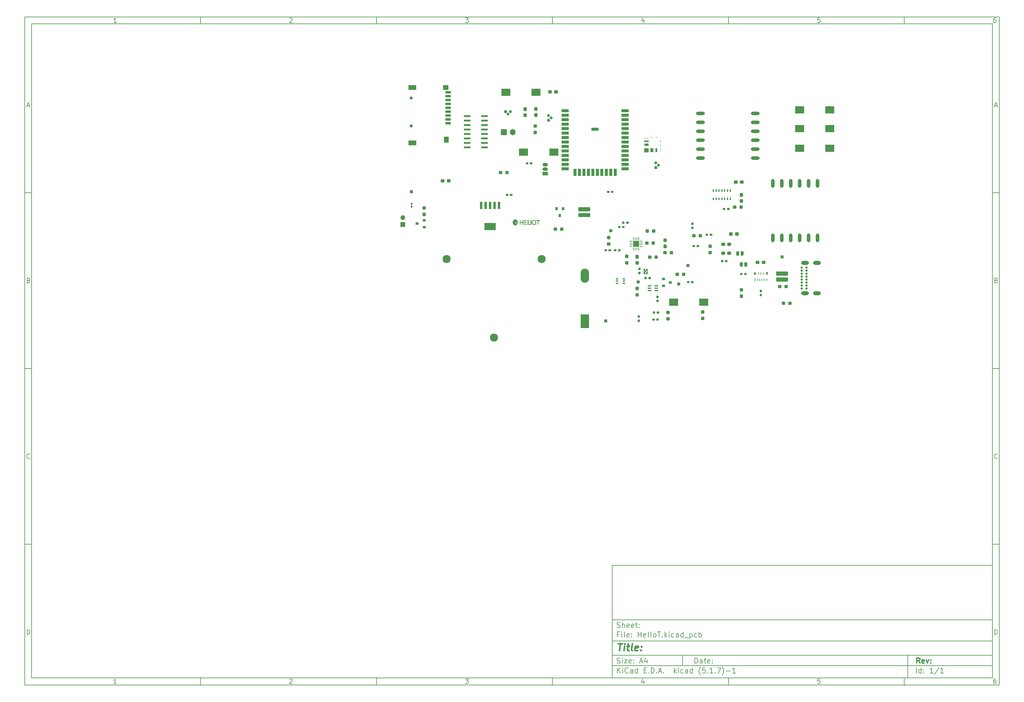
<source format=gbr>
%TF.GenerationSoftware,KiCad,Pcbnew,(5.1.7)-1*%
%TF.CreationDate,2020-12-03T05:33:56-05:00*%
%TF.ProjectId,HelIoT,48656c49-6f54-42e6-9b69-6361645f7063,rev?*%
%TF.SameCoordinates,Original*%
%TF.FileFunction,Soldermask,Top*%
%TF.FilePolarity,Negative*%
%FSLAX46Y46*%
G04 Gerber Fmt 4.6, Leading zero omitted, Abs format (unit mm)*
G04 Created by KiCad (PCBNEW (5.1.7)-1) date 2020-12-03 05:33:56*
%MOMM*%
%LPD*%
G01*
G04 APERTURE LIST*
%ADD10C,0.100000*%
%ADD11C,0.150000*%
%ADD12C,0.300000*%
%ADD13C,0.400000*%
%ADD14C,0.010000*%
%ADD15R,0.250000X0.900000*%
%ADD16R,0.250000X0.800000*%
%ADD17R,0.500000X0.800000*%
%ADD18O,1.350000X1.350000*%
%ADD19R,1.350000X1.350000*%
%ADD20R,1.970000X0.600000*%
%ADD21R,1.117600X0.355600*%
%ADD22O,2.500000X1.000000*%
%ADD23R,0.350000X0.750000*%
%ADD24R,0.650000X2.000000*%
%ADD25R,3.200000X2.000000*%
%ADD26R,0.480000X0.480000*%
%ADD27R,0.860000X0.260000*%
%ADD28R,0.260000X0.860000*%
%ADD29R,1.680000X1.680000*%
%ADD30R,2.000000X0.900000*%
%ADD31R,0.900000X2.000000*%
%ADD32R,0.850000X0.850000*%
%ADD33R,2.500000X2.000000*%
%ADD34O,1.000000X2.500000*%
%ADD35R,0.900000X0.800000*%
%ADD36R,0.650000X0.400000*%
%ADD37R,1.500000X1.050000*%
%ADD38O,1.500000X1.050000*%
%ADD39R,1.600000X0.700000*%
%ADD40R,1.600000X1.400000*%
%ADD41R,2.200000X1.400000*%
%ADD42R,1.400000X1.800000*%
%ADD43C,0.900000*%
%ADD44O,1.700000X1.700000*%
%ADD45R,1.700000X1.700000*%
%ADD46C,0.800000*%
%ADD47R,2.410000X4.020000*%
%ADD48O,2.410000X4.020000*%
%ADD49C,2.300000*%
%ADD50O,2.216000X1.108000*%
%ADD51C,0.650000*%
%ADD52R,0.800000X0.900000*%
G04 APERTURE END LIST*
D10*
D11*
X177002200Y-166007200D02*
X177002200Y-198007200D01*
X285002200Y-198007200D01*
X285002200Y-166007200D01*
X177002200Y-166007200D01*
D10*
D11*
X10000000Y-10000000D02*
X10000000Y-200007200D01*
X287002200Y-200007200D01*
X287002200Y-10000000D01*
X10000000Y-10000000D01*
D10*
D11*
X12000000Y-12000000D02*
X12000000Y-198007200D01*
X285002200Y-198007200D01*
X285002200Y-12000000D01*
X12000000Y-12000000D01*
D10*
D11*
X60000000Y-12000000D02*
X60000000Y-10000000D01*
D10*
D11*
X110000000Y-12000000D02*
X110000000Y-10000000D01*
D10*
D11*
X160000000Y-12000000D02*
X160000000Y-10000000D01*
D10*
D11*
X210000000Y-12000000D02*
X210000000Y-10000000D01*
D10*
D11*
X260000000Y-12000000D02*
X260000000Y-10000000D01*
D10*
D11*
X36065476Y-11588095D02*
X35322619Y-11588095D01*
X35694047Y-11588095D02*
X35694047Y-10288095D01*
X35570238Y-10473809D01*
X35446428Y-10597619D01*
X35322619Y-10659523D01*
D10*
D11*
X85322619Y-10411904D02*
X85384523Y-10350000D01*
X85508333Y-10288095D01*
X85817857Y-10288095D01*
X85941666Y-10350000D01*
X86003571Y-10411904D01*
X86065476Y-10535714D01*
X86065476Y-10659523D01*
X86003571Y-10845238D01*
X85260714Y-11588095D01*
X86065476Y-11588095D01*
D10*
D11*
X135260714Y-10288095D02*
X136065476Y-10288095D01*
X135632142Y-10783333D01*
X135817857Y-10783333D01*
X135941666Y-10845238D01*
X136003571Y-10907142D01*
X136065476Y-11030952D01*
X136065476Y-11340476D01*
X136003571Y-11464285D01*
X135941666Y-11526190D01*
X135817857Y-11588095D01*
X135446428Y-11588095D01*
X135322619Y-11526190D01*
X135260714Y-11464285D01*
D10*
D11*
X185941666Y-10721428D02*
X185941666Y-11588095D01*
X185632142Y-10226190D02*
X185322619Y-11154761D01*
X186127380Y-11154761D01*
D10*
D11*
X236003571Y-10288095D02*
X235384523Y-10288095D01*
X235322619Y-10907142D01*
X235384523Y-10845238D01*
X235508333Y-10783333D01*
X235817857Y-10783333D01*
X235941666Y-10845238D01*
X236003571Y-10907142D01*
X236065476Y-11030952D01*
X236065476Y-11340476D01*
X236003571Y-11464285D01*
X235941666Y-11526190D01*
X235817857Y-11588095D01*
X235508333Y-11588095D01*
X235384523Y-11526190D01*
X235322619Y-11464285D01*
D10*
D11*
X285941666Y-10288095D02*
X285694047Y-10288095D01*
X285570238Y-10350000D01*
X285508333Y-10411904D01*
X285384523Y-10597619D01*
X285322619Y-10845238D01*
X285322619Y-11340476D01*
X285384523Y-11464285D01*
X285446428Y-11526190D01*
X285570238Y-11588095D01*
X285817857Y-11588095D01*
X285941666Y-11526190D01*
X286003571Y-11464285D01*
X286065476Y-11340476D01*
X286065476Y-11030952D01*
X286003571Y-10907142D01*
X285941666Y-10845238D01*
X285817857Y-10783333D01*
X285570238Y-10783333D01*
X285446428Y-10845238D01*
X285384523Y-10907142D01*
X285322619Y-11030952D01*
D10*
D11*
X60000000Y-198007200D02*
X60000000Y-200007200D01*
D10*
D11*
X110000000Y-198007200D02*
X110000000Y-200007200D01*
D10*
D11*
X160000000Y-198007200D02*
X160000000Y-200007200D01*
D10*
D11*
X210000000Y-198007200D02*
X210000000Y-200007200D01*
D10*
D11*
X260000000Y-198007200D02*
X260000000Y-200007200D01*
D10*
D11*
X36065476Y-199595295D02*
X35322619Y-199595295D01*
X35694047Y-199595295D02*
X35694047Y-198295295D01*
X35570238Y-198481009D01*
X35446428Y-198604819D01*
X35322619Y-198666723D01*
D10*
D11*
X85322619Y-198419104D02*
X85384523Y-198357200D01*
X85508333Y-198295295D01*
X85817857Y-198295295D01*
X85941666Y-198357200D01*
X86003571Y-198419104D01*
X86065476Y-198542914D01*
X86065476Y-198666723D01*
X86003571Y-198852438D01*
X85260714Y-199595295D01*
X86065476Y-199595295D01*
D10*
D11*
X135260714Y-198295295D02*
X136065476Y-198295295D01*
X135632142Y-198790533D01*
X135817857Y-198790533D01*
X135941666Y-198852438D01*
X136003571Y-198914342D01*
X136065476Y-199038152D01*
X136065476Y-199347676D01*
X136003571Y-199471485D01*
X135941666Y-199533390D01*
X135817857Y-199595295D01*
X135446428Y-199595295D01*
X135322619Y-199533390D01*
X135260714Y-199471485D01*
D10*
D11*
X185941666Y-198728628D02*
X185941666Y-199595295D01*
X185632142Y-198233390D02*
X185322619Y-199161961D01*
X186127380Y-199161961D01*
D10*
D11*
X236003571Y-198295295D02*
X235384523Y-198295295D01*
X235322619Y-198914342D01*
X235384523Y-198852438D01*
X235508333Y-198790533D01*
X235817857Y-198790533D01*
X235941666Y-198852438D01*
X236003571Y-198914342D01*
X236065476Y-199038152D01*
X236065476Y-199347676D01*
X236003571Y-199471485D01*
X235941666Y-199533390D01*
X235817857Y-199595295D01*
X235508333Y-199595295D01*
X235384523Y-199533390D01*
X235322619Y-199471485D01*
D10*
D11*
X285941666Y-198295295D02*
X285694047Y-198295295D01*
X285570238Y-198357200D01*
X285508333Y-198419104D01*
X285384523Y-198604819D01*
X285322619Y-198852438D01*
X285322619Y-199347676D01*
X285384523Y-199471485D01*
X285446428Y-199533390D01*
X285570238Y-199595295D01*
X285817857Y-199595295D01*
X285941666Y-199533390D01*
X286003571Y-199471485D01*
X286065476Y-199347676D01*
X286065476Y-199038152D01*
X286003571Y-198914342D01*
X285941666Y-198852438D01*
X285817857Y-198790533D01*
X285570238Y-198790533D01*
X285446428Y-198852438D01*
X285384523Y-198914342D01*
X285322619Y-199038152D01*
D10*
D11*
X10000000Y-60000000D02*
X12000000Y-60000000D01*
D10*
D11*
X10000000Y-110000000D02*
X12000000Y-110000000D01*
D10*
D11*
X10000000Y-160000000D02*
X12000000Y-160000000D01*
D10*
D11*
X10690476Y-35216666D02*
X11309523Y-35216666D01*
X10566666Y-35588095D02*
X11000000Y-34288095D01*
X11433333Y-35588095D01*
D10*
D11*
X11092857Y-84907142D02*
X11278571Y-84969047D01*
X11340476Y-85030952D01*
X11402380Y-85154761D01*
X11402380Y-85340476D01*
X11340476Y-85464285D01*
X11278571Y-85526190D01*
X11154761Y-85588095D01*
X10659523Y-85588095D01*
X10659523Y-84288095D01*
X11092857Y-84288095D01*
X11216666Y-84350000D01*
X11278571Y-84411904D01*
X11340476Y-84535714D01*
X11340476Y-84659523D01*
X11278571Y-84783333D01*
X11216666Y-84845238D01*
X11092857Y-84907142D01*
X10659523Y-84907142D01*
D10*
D11*
X11402380Y-135464285D02*
X11340476Y-135526190D01*
X11154761Y-135588095D01*
X11030952Y-135588095D01*
X10845238Y-135526190D01*
X10721428Y-135402380D01*
X10659523Y-135278571D01*
X10597619Y-135030952D01*
X10597619Y-134845238D01*
X10659523Y-134597619D01*
X10721428Y-134473809D01*
X10845238Y-134350000D01*
X11030952Y-134288095D01*
X11154761Y-134288095D01*
X11340476Y-134350000D01*
X11402380Y-134411904D01*
D10*
D11*
X10659523Y-185588095D02*
X10659523Y-184288095D01*
X10969047Y-184288095D01*
X11154761Y-184350000D01*
X11278571Y-184473809D01*
X11340476Y-184597619D01*
X11402380Y-184845238D01*
X11402380Y-185030952D01*
X11340476Y-185278571D01*
X11278571Y-185402380D01*
X11154761Y-185526190D01*
X10969047Y-185588095D01*
X10659523Y-185588095D01*
D10*
D11*
X287002200Y-60000000D02*
X285002200Y-60000000D01*
D10*
D11*
X287002200Y-110000000D02*
X285002200Y-110000000D01*
D10*
D11*
X287002200Y-160000000D02*
X285002200Y-160000000D01*
D10*
D11*
X285692676Y-35216666D02*
X286311723Y-35216666D01*
X285568866Y-35588095D02*
X286002200Y-34288095D01*
X286435533Y-35588095D01*
D10*
D11*
X286095057Y-84907142D02*
X286280771Y-84969047D01*
X286342676Y-85030952D01*
X286404580Y-85154761D01*
X286404580Y-85340476D01*
X286342676Y-85464285D01*
X286280771Y-85526190D01*
X286156961Y-85588095D01*
X285661723Y-85588095D01*
X285661723Y-84288095D01*
X286095057Y-84288095D01*
X286218866Y-84350000D01*
X286280771Y-84411904D01*
X286342676Y-84535714D01*
X286342676Y-84659523D01*
X286280771Y-84783333D01*
X286218866Y-84845238D01*
X286095057Y-84907142D01*
X285661723Y-84907142D01*
D10*
D11*
X286404580Y-135464285D02*
X286342676Y-135526190D01*
X286156961Y-135588095D01*
X286033152Y-135588095D01*
X285847438Y-135526190D01*
X285723628Y-135402380D01*
X285661723Y-135278571D01*
X285599819Y-135030952D01*
X285599819Y-134845238D01*
X285661723Y-134597619D01*
X285723628Y-134473809D01*
X285847438Y-134350000D01*
X286033152Y-134288095D01*
X286156961Y-134288095D01*
X286342676Y-134350000D01*
X286404580Y-134411904D01*
D10*
D11*
X285661723Y-185588095D02*
X285661723Y-184288095D01*
X285971247Y-184288095D01*
X286156961Y-184350000D01*
X286280771Y-184473809D01*
X286342676Y-184597619D01*
X286404580Y-184845238D01*
X286404580Y-185030952D01*
X286342676Y-185278571D01*
X286280771Y-185402380D01*
X286156961Y-185526190D01*
X285971247Y-185588095D01*
X285661723Y-185588095D01*
D10*
D11*
X200434342Y-193785771D02*
X200434342Y-192285771D01*
X200791485Y-192285771D01*
X201005771Y-192357200D01*
X201148628Y-192500057D01*
X201220057Y-192642914D01*
X201291485Y-192928628D01*
X201291485Y-193142914D01*
X201220057Y-193428628D01*
X201148628Y-193571485D01*
X201005771Y-193714342D01*
X200791485Y-193785771D01*
X200434342Y-193785771D01*
X202577200Y-193785771D02*
X202577200Y-193000057D01*
X202505771Y-192857200D01*
X202362914Y-192785771D01*
X202077200Y-192785771D01*
X201934342Y-192857200D01*
X202577200Y-193714342D02*
X202434342Y-193785771D01*
X202077200Y-193785771D01*
X201934342Y-193714342D01*
X201862914Y-193571485D01*
X201862914Y-193428628D01*
X201934342Y-193285771D01*
X202077200Y-193214342D01*
X202434342Y-193214342D01*
X202577200Y-193142914D01*
X203077200Y-192785771D02*
X203648628Y-192785771D01*
X203291485Y-192285771D02*
X203291485Y-193571485D01*
X203362914Y-193714342D01*
X203505771Y-193785771D01*
X203648628Y-193785771D01*
X204720057Y-193714342D02*
X204577200Y-193785771D01*
X204291485Y-193785771D01*
X204148628Y-193714342D01*
X204077200Y-193571485D01*
X204077200Y-193000057D01*
X204148628Y-192857200D01*
X204291485Y-192785771D01*
X204577200Y-192785771D01*
X204720057Y-192857200D01*
X204791485Y-193000057D01*
X204791485Y-193142914D01*
X204077200Y-193285771D01*
X205434342Y-193642914D02*
X205505771Y-193714342D01*
X205434342Y-193785771D01*
X205362914Y-193714342D01*
X205434342Y-193642914D01*
X205434342Y-193785771D01*
X205434342Y-192857200D02*
X205505771Y-192928628D01*
X205434342Y-193000057D01*
X205362914Y-192928628D01*
X205434342Y-192857200D01*
X205434342Y-193000057D01*
D10*
D11*
X177002200Y-194507200D02*
X285002200Y-194507200D01*
D10*
D11*
X178434342Y-196585771D02*
X178434342Y-195085771D01*
X179291485Y-196585771D02*
X178648628Y-195728628D01*
X179291485Y-195085771D02*
X178434342Y-195942914D01*
X179934342Y-196585771D02*
X179934342Y-195585771D01*
X179934342Y-195085771D02*
X179862914Y-195157200D01*
X179934342Y-195228628D01*
X180005771Y-195157200D01*
X179934342Y-195085771D01*
X179934342Y-195228628D01*
X181505771Y-196442914D02*
X181434342Y-196514342D01*
X181220057Y-196585771D01*
X181077200Y-196585771D01*
X180862914Y-196514342D01*
X180720057Y-196371485D01*
X180648628Y-196228628D01*
X180577200Y-195942914D01*
X180577200Y-195728628D01*
X180648628Y-195442914D01*
X180720057Y-195300057D01*
X180862914Y-195157200D01*
X181077200Y-195085771D01*
X181220057Y-195085771D01*
X181434342Y-195157200D01*
X181505771Y-195228628D01*
X182791485Y-196585771D02*
X182791485Y-195800057D01*
X182720057Y-195657200D01*
X182577200Y-195585771D01*
X182291485Y-195585771D01*
X182148628Y-195657200D01*
X182791485Y-196514342D02*
X182648628Y-196585771D01*
X182291485Y-196585771D01*
X182148628Y-196514342D01*
X182077200Y-196371485D01*
X182077200Y-196228628D01*
X182148628Y-196085771D01*
X182291485Y-196014342D01*
X182648628Y-196014342D01*
X182791485Y-195942914D01*
X184148628Y-196585771D02*
X184148628Y-195085771D01*
X184148628Y-196514342D02*
X184005771Y-196585771D01*
X183720057Y-196585771D01*
X183577200Y-196514342D01*
X183505771Y-196442914D01*
X183434342Y-196300057D01*
X183434342Y-195871485D01*
X183505771Y-195728628D01*
X183577200Y-195657200D01*
X183720057Y-195585771D01*
X184005771Y-195585771D01*
X184148628Y-195657200D01*
X186005771Y-195800057D02*
X186505771Y-195800057D01*
X186720057Y-196585771D02*
X186005771Y-196585771D01*
X186005771Y-195085771D01*
X186720057Y-195085771D01*
X187362914Y-196442914D02*
X187434342Y-196514342D01*
X187362914Y-196585771D01*
X187291485Y-196514342D01*
X187362914Y-196442914D01*
X187362914Y-196585771D01*
X188077200Y-196585771D02*
X188077200Y-195085771D01*
X188434342Y-195085771D01*
X188648628Y-195157200D01*
X188791485Y-195300057D01*
X188862914Y-195442914D01*
X188934342Y-195728628D01*
X188934342Y-195942914D01*
X188862914Y-196228628D01*
X188791485Y-196371485D01*
X188648628Y-196514342D01*
X188434342Y-196585771D01*
X188077200Y-196585771D01*
X189577200Y-196442914D02*
X189648628Y-196514342D01*
X189577200Y-196585771D01*
X189505771Y-196514342D01*
X189577200Y-196442914D01*
X189577200Y-196585771D01*
X190220057Y-196157200D02*
X190934342Y-196157200D01*
X190077200Y-196585771D02*
X190577200Y-195085771D01*
X191077200Y-196585771D01*
X191577200Y-196442914D02*
X191648628Y-196514342D01*
X191577200Y-196585771D01*
X191505771Y-196514342D01*
X191577200Y-196442914D01*
X191577200Y-196585771D01*
X194577200Y-196585771D02*
X194577200Y-195085771D01*
X194720057Y-196014342D02*
X195148628Y-196585771D01*
X195148628Y-195585771D02*
X194577200Y-196157200D01*
X195791485Y-196585771D02*
X195791485Y-195585771D01*
X195791485Y-195085771D02*
X195720057Y-195157200D01*
X195791485Y-195228628D01*
X195862914Y-195157200D01*
X195791485Y-195085771D01*
X195791485Y-195228628D01*
X197148628Y-196514342D02*
X197005771Y-196585771D01*
X196720057Y-196585771D01*
X196577200Y-196514342D01*
X196505771Y-196442914D01*
X196434342Y-196300057D01*
X196434342Y-195871485D01*
X196505771Y-195728628D01*
X196577200Y-195657200D01*
X196720057Y-195585771D01*
X197005771Y-195585771D01*
X197148628Y-195657200D01*
X198434342Y-196585771D02*
X198434342Y-195800057D01*
X198362914Y-195657200D01*
X198220057Y-195585771D01*
X197934342Y-195585771D01*
X197791485Y-195657200D01*
X198434342Y-196514342D02*
X198291485Y-196585771D01*
X197934342Y-196585771D01*
X197791485Y-196514342D01*
X197720057Y-196371485D01*
X197720057Y-196228628D01*
X197791485Y-196085771D01*
X197934342Y-196014342D01*
X198291485Y-196014342D01*
X198434342Y-195942914D01*
X199791485Y-196585771D02*
X199791485Y-195085771D01*
X199791485Y-196514342D02*
X199648628Y-196585771D01*
X199362914Y-196585771D01*
X199220057Y-196514342D01*
X199148628Y-196442914D01*
X199077200Y-196300057D01*
X199077200Y-195871485D01*
X199148628Y-195728628D01*
X199220057Y-195657200D01*
X199362914Y-195585771D01*
X199648628Y-195585771D01*
X199791485Y-195657200D01*
X202077200Y-197157200D02*
X202005771Y-197085771D01*
X201862914Y-196871485D01*
X201791485Y-196728628D01*
X201720057Y-196514342D01*
X201648628Y-196157200D01*
X201648628Y-195871485D01*
X201720057Y-195514342D01*
X201791485Y-195300057D01*
X201862914Y-195157200D01*
X202005771Y-194942914D01*
X202077200Y-194871485D01*
X203362914Y-195085771D02*
X202648628Y-195085771D01*
X202577200Y-195800057D01*
X202648628Y-195728628D01*
X202791485Y-195657200D01*
X203148628Y-195657200D01*
X203291485Y-195728628D01*
X203362914Y-195800057D01*
X203434342Y-195942914D01*
X203434342Y-196300057D01*
X203362914Y-196442914D01*
X203291485Y-196514342D01*
X203148628Y-196585771D01*
X202791485Y-196585771D01*
X202648628Y-196514342D01*
X202577200Y-196442914D01*
X204077200Y-196442914D02*
X204148628Y-196514342D01*
X204077200Y-196585771D01*
X204005771Y-196514342D01*
X204077200Y-196442914D01*
X204077200Y-196585771D01*
X205577200Y-196585771D02*
X204720057Y-196585771D01*
X205148628Y-196585771D02*
X205148628Y-195085771D01*
X205005771Y-195300057D01*
X204862914Y-195442914D01*
X204720057Y-195514342D01*
X206220057Y-196442914D02*
X206291485Y-196514342D01*
X206220057Y-196585771D01*
X206148628Y-196514342D01*
X206220057Y-196442914D01*
X206220057Y-196585771D01*
X206791485Y-195085771D02*
X207791485Y-195085771D01*
X207148628Y-196585771D01*
X208220057Y-197157200D02*
X208291485Y-197085771D01*
X208434342Y-196871485D01*
X208505771Y-196728628D01*
X208577200Y-196514342D01*
X208648628Y-196157200D01*
X208648628Y-195871485D01*
X208577200Y-195514342D01*
X208505771Y-195300057D01*
X208434342Y-195157200D01*
X208291485Y-194942914D01*
X208220057Y-194871485D01*
X209362914Y-196014342D02*
X210505771Y-196014342D01*
X212005771Y-196585771D02*
X211148628Y-196585771D01*
X211577200Y-196585771D02*
X211577200Y-195085771D01*
X211434342Y-195300057D01*
X211291485Y-195442914D01*
X211148628Y-195514342D01*
D10*
D11*
X177002200Y-191507200D02*
X285002200Y-191507200D01*
D10*
D12*
X264411485Y-193785771D02*
X263911485Y-193071485D01*
X263554342Y-193785771D02*
X263554342Y-192285771D01*
X264125771Y-192285771D01*
X264268628Y-192357200D01*
X264340057Y-192428628D01*
X264411485Y-192571485D01*
X264411485Y-192785771D01*
X264340057Y-192928628D01*
X264268628Y-193000057D01*
X264125771Y-193071485D01*
X263554342Y-193071485D01*
X265625771Y-193714342D02*
X265482914Y-193785771D01*
X265197200Y-193785771D01*
X265054342Y-193714342D01*
X264982914Y-193571485D01*
X264982914Y-193000057D01*
X265054342Y-192857200D01*
X265197200Y-192785771D01*
X265482914Y-192785771D01*
X265625771Y-192857200D01*
X265697200Y-193000057D01*
X265697200Y-193142914D01*
X264982914Y-193285771D01*
X266197200Y-192785771D02*
X266554342Y-193785771D01*
X266911485Y-192785771D01*
X267482914Y-193642914D02*
X267554342Y-193714342D01*
X267482914Y-193785771D01*
X267411485Y-193714342D01*
X267482914Y-193642914D01*
X267482914Y-193785771D01*
X267482914Y-192857200D02*
X267554342Y-192928628D01*
X267482914Y-193000057D01*
X267411485Y-192928628D01*
X267482914Y-192857200D01*
X267482914Y-193000057D01*
D10*
D11*
X178362914Y-193714342D02*
X178577200Y-193785771D01*
X178934342Y-193785771D01*
X179077200Y-193714342D01*
X179148628Y-193642914D01*
X179220057Y-193500057D01*
X179220057Y-193357200D01*
X179148628Y-193214342D01*
X179077200Y-193142914D01*
X178934342Y-193071485D01*
X178648628Y-193000057D01*
X178505771Y-192928628D01*
X178434342Y-192857200D01*
X178362914Y-192714342D01*
X178362914Y-192571485D01*
X178434342Y-192428628D01*
X178505771Y-192357200D01*
X178648628Y-192285771D01*
X179005771Y-192285771D01*
X179220057Y-192357200D01*
X179862914Y-193785771D02*
X179862914Y-192785771D01*
X179862914Y-192285771D02*
X179791485Y-192357200D01*
X179862914Y-192428628D01*
X179934342Y-192357200D01*
X179862914Y-192285771D01*
X179862914Y-192428628D01*
X180434342Y-192785771D02*
X181220057Y-192785771D01*
X180434342Y-193785771D01*
X181220057Y-193785771D01*
X182362914Y-193714342D02*
X182220057Y-193785771D01*
X181934342Y-193785771D01*
X181791485Y-193714342D01*
X181720057Y-193571485D01*
X181720057Y-193000057D01*
X181791485Y-192857200D01*
X181934342Y-192785771D01*
X182220057Y-192785771D01*
X182362914Y-192857200D01*
X182434342Y-193000057D01*
X182434342Y-193142914D01*
X181720057Y-193285771D01*
X183077200Y-193642914D02*
X183148628Y-193714342D01*
X183077200Y-193785771D01*
X183005771Y-193714342D01*
X183077200Y-193642914D01*
X183077200Y-193785771D01*
X183077200Y-192857200D02*
X183148628Y-192928628D01*
X183077200Y-193000057D01*
X183005771Y-192928628D01*
X183077200Y-192857200D01*
X183077200Y-193000057D01*
X184862914Y-193357200D02*
X185577200Y-193357200D01*
X184720057Y-193785771D02*
X185220057Y-192285771D01*
X185720057Y-193785771D01*
X186862914Y-192785771D02*
X186862914Y-193785771D01*
X186505771Y-192214342D02*
X186148628Y-193285771D01*
X187077200Y-193285771D01*
D10*
D11*
X263434342Y-196585771D02*
X263434342Y-195085771D01*
X264791485Y-196585771D02*
X264791485Y-195085771D01*
X264791485Y-196514342D02*
X264648628Y-196585771D01*
X264362914Y-196585771D01*
X264220057Y-196514342D01*
X264148628Y-196442914D01*
X264077200Y-196300057D01*
X264077200Y-195871485D01*
X264148628Y-195728628D01*
X264220057Y-195657200D01*
X264362914Y-195585771D01*
X264648628Y-195585771D01*
X264791485Y-195657200D01*
X265505771Y-196442914D02*
X265577200Y-196514342D01*
X265505771Y-196585771D01*
X265434342Y-196514342D01*
X265505771Y-196442914D01*
X265505771Y-196585771D01*
X265505771Y-195657200D02*
X265577200Y-195728628D01*
X265505771Y-195800057D01*
X265434342Y-195728628D01*
X265505771Y-195657200D01*
X265505771Y-195800057D01*
X268148628Y-196585771D02*
X267291485Y-196585771D01*
X267720057Y-196585771D02*
X267720057Y-195085771D01*
X267577200Y-195300057D01*
X267434342Y-195442914D01*
X267291485Y-195514342D01*
X269862914Y-195014342D02*
X268577200Y-196942914D01*
X271148628Y-196585771D02*
X270291485Y-196585771D01*
X270720057Y-196585771D02*
X270720057Y-195085771D01*
X270577200Y-195300057D01*
X270434342Y-195442914D01*
X270291485Y-195514342D01*
D10*
D11*
X177002200Y-187507200D02*
X285002200Y-187507200D01*
D10*
D13*
X178714580Y-188211961D02*
X179857438Y-188211961D01*
X179036009Y-190211961D02*
X179286009Y-188211961D01*
X180274104Y-190211961D02*
X180440771Y-188878628D01*
X180524104Y-188211961D02*
X180416961Y-188307200D01*
X180500295Y-188402438D01*
X180607438Y-188307200D01*
X180524104Y-188211961D01*
X180500295Y-188402438D01*
X181107438Y-188878628D02*
X181869342Y-188878628D01*
X181476485Y-188211961D02*
X181262200Y-189926247D01*
X181333628Y-190116723D01*
X181512200Y-190211961D01*
X181702676Y-190211961D01*
X182655057Y-190211961D02*
X182476485Y-190116723D01*
X182405057Y-189926247D01*
X182619342Y-188211961D01*
X184190771Y-190116723D02*
X183988390Y-190211961D01*
X183607438Y-190211961D01*
X183428866Y-190116723D01*
X183357438Y-189926247D01*
X183452676Y-189164342D01*
X183571723Y-188973866D01*
X183774104Y-188878628D01*
X184155057Y-188878628D01*
X184333628Y-188973866D01*
X184405057Y-189164342D01*
X184381247Y-189354819D01*
X183405057Y-189545295D01*
X185155057Y-190021485D02*
X185238390Y-190116723D01*
X185131247Y-190211961D01*
X185047914Y-190116723D01*
X185155057Y-190021485D01*
X185131247Y-190211961D01*
X185286009Y-188973866D02*
X185369342Y-189069104D01*
X185262200Y-189164342D01*
X185178866Y-189069104D01*
X185286009Y-188973866D01*
X185262200Y-189164342D01*
D10*
D11*
X178934342Y-185600057D02*
X178434342Y-185600057D01*
X178434342Y-186385771D02*
X178434342Y-184885771D01*
X179148628Y-184885771D01*
X179720057Y-186385771D02*
X179720057Y-185385771D01*
X179720057Y-184885771D02*
X179648628Y-184957200D01*
X179720057Y-185028628D01*
X179791485Y-184957200D01*
X179720057Y-184885771D01*
X179720057Y-185028628D01*
X180648628Y-186385771D02*
X180505771Y-186314342D01*
X180434342Y-186171485D01*
X180434342Y-184885771D01*
X181791485Y-186314342D02*
X181648628Y-186385771D01*
X181362914Y-186385771D01*
X181220057Y-186314342D01*
X181148628Y-186171485D01*
X181148628Y-185600057D01*
X181220057Y-185457200D01*
X181362914Y-185385771D01*
X181648628Y-185385771D01*
X181791485Y-185457200D01*
X181862914Y-185600057D01*
X181862914Y-185742914D01*
X181148628Y-185885771D01*
X182505771Y-186242914D02*
X182577200Y-186314342D01*
X182505771Y-186385771D01*
X182434342Y-186314342D01*
X182505771Y-186242914D01*
X182505771Y-186385771D01*
X182505771Y-185457200D02*
X182577200Y-185528628D01*
X182505771Y-185600057D01*
X182434342Y-185528628D01*
X182505771Y-185457200D01*
X182505771Y-185600057D01*
X184362914Y-186385771D02*
X184362914Y-184885771D01*
X184362914Y-185600057D02*
X185220057Y-185600057D01*
X185220057Y-186385771D02*
X185220057Y-184885771D01*
X186505771Y-186314342D02*
X186362914Y-186385771D01*
X186077200Y-186385771D01*
X185934342Y-186314342D01*
X185862914Y-186171485D01*
X185862914Y-185600057D01*
X185934342Y-185457200D01*
X186077200Y-185385771D01*
X186362914Y-185385771D01*
X186505771Y-185457200D01*
X186577200Y-185600057D01*
X186577200Y-185742914D01*
X185862914Y-185885771D01*
X187434342Y-186385771D02*
X187291485Y-186314342D01*
X187220057Y-186171485D01*
X187220057Y-184885771D01*
X188005771Y-186385771D02*
X188005771Y-184885771D01*
X188934342Y-186385771D02*
X188791485Y-186314342D01*
X188720057Y-186242914D01*
X188648628Y-186100057D01*
X188648628Y-185671485D01*
X188720057Y-185528628D01*
X188791485Y-185457200D01*
X188934342Y-185385771D01*
X189148628Y-185385771D01*
X189291485Y-185457200D01*
X189362914Y-185528628D01*
X189434342Y-185671485D01*
X189434342Y-186100057D01*
X189362914Y-186242914D01*
X189291485Y-186314342D01*
X189148628Y-186385771D01*
X188934342Y-186385771D01*
X189862914Y-184885771D02*
X190720057Y-184885771D01*
X190291485Y-186385771D02*
X190291485Y-184885771D01*
X191220057Y-186242914D02*
X191291485Y-186314342D01*
X191220057Y-186385771D01*
X191148628Y-186314342D01*
X191220057Y-186242914D01*
X191220057Y-186385771D01*
X191934342Y-186385771D02*
X191934342Y-184885771D01*
X192077200Y-185814342D02*
X192505771Y-186385771D01*
X192505771Y-185385771D02*
X191934342Y-185957200D01*
X193148628Y-186385771D02*
X193148628Y-185385771D01*
X193148628Y-184885771D02*
X193077200Y-184957200D01*
X193148628Y-185028628D01*
X193220057Y-184957200D01*
X193148628Y-184885771D01*
X193148628Y-185028628D01*
X194505771Y-186314342D02*
X194362914Y-186385771D01*
X194077200Y-186385771D01*
X193934342Y-186314342D01*
X193862914Y-186242914D01*
X193791485Y-186100057D01*
X193791485Y-185671485D01*
X193862914Y-185528628D01*
X193934342Y-185457200D01*
X194077200Y-185385771D01*
X194362914Y-185385771D01*
X194505771Y-185457200D01*
X195791485Y-186385771D02*
X195791485Y-185600057D01*
X195720057Y-185457200D01*
X195577200Y-185385771D01*
X195291485Y-185385771D01*
X195148628Y-185457200D01*
X195791485Y-186314342D02*
X195648628Y-186385771D01*
X195291485Y-186385771D01*
X195148628Y-186314342D01*
X195077200Y-186171485D01*
X195077200Y-186028628D01*
X195148628Y-185885771D01*
X195291485Y-185814342D01*
X195648628Y-185814342D01*
X195791485Y-185742914D01*
X197148628Y-186385771D02*
X197148628Y-184885771D01*
X197148628Y-186314342D02*
X197005771Y-186385771D01*
X196720057Y-186385771D01*
X196577200Y-186314342D01*
X196505771Y-186242914D01*
X196434342Y-186100057D01*
X196434342Y-185671485D01*
X196505771Y-185528628D01*
X196577200Y-185457200D01*
X196720057Y-185385771D01*
X197005771Y-185385771D01*
X197148628Y-185457200D01*
X197505771Y-186528628D02*
X198648628Y-186528628D01*
X199005771Y-185385771D02*
X199005771Y-186885771D01*
X199005771Y-185457200D02*
X199148628Y-185385771D01*
X199434342Y-185385771D01*
X199577200Y-185457200D01*
X199648628Y-185528628D01*
X199720057Y-185671485D01*
X199720057Y-186100057D01*
X199648628Y-186242914D01*
X199577200Y-186314342D01*
X199434342Y-186385771D01*
X199148628Y-186385771D01*
X199005771Y-186314342D01*
X201005771Y-186314342D02*
X200862914Y-186385771D01*
X200577200Y-186385771D01*
X200434342Y-186314342D01*
X200362914Y-186242914D01*
X200291485Y-186100057D01*
X200291485Y-185671485D01*
X200362914Y-185528628D01*
X200434342Y-185457200D01*
X200577200Y-185385771D01*
X200862914Y-185385771D01*
X201005771Y-185457200D01*
X201648628Y-186385771D02*
X201648628Y-184885771D01*
X201648628Y-185457200D02*
X201791485Y-185385771D01*
X202077200Y-185385771D01*
X202220057Y-185457200D01*
X202291485Y-185528628D01*
X202362914Y-185671485D01*
X202362914Y-186100057D01*
X202291485Y-186242914D01*
X202220057Y-186314342D01*
X202077200Y-186385771D01*
X201791485Y-186385771D01*
X201648628Y-186314342D01*
D10*
D11*
X177002200Y-181507200D02*
X285002200Y-181507200D01*
D10*
D11*
X178362914Y-183614342D02*
X178577200Y-183685771D01*
X178934342Y-183685771D01*
X179077200Y-183614342D01*
X179148628Y-183542914D01*
X179220057Y-183400057D01*
X179220057Y-183257200D01*
X179148628Y-183114342D01*
X179077200Y-183042914D01*
X178934342Y-182971485D01*
X178648628Y-182900057D01*
X178505771Y-182828628D01*
X178434342Y-182757200D01*
X178362914Y-182614342D01*
X178362914Y-182471485D01*
X178434342Y-182328628D01*
X178505771Y-182257200D01*
X178648628Y-182185771D01*
X179005771Y-182185771D01*
X179220057Y-182257200D01*
X179862914Y-183685771D02*
X179862914Y-182185771D01*
X180505771Y-183685771D02*
X180505771Y-182900057D01*
X180434342Y-182757200D01*
X180291485Y-182685771D01*
X180077200Y-182685771D01*
X179934342Y-182757200D01*
X179862914Y-182828628D01*
X181791485Y-183614342D02*
X181648628Y-183685771D01*
X181362914Y-183685771D01*
X181220057Y-183614342D01*
X181148628Y-183471485D01*
X181148628Y-182900057D01*
X181220057Y-182757200D01*
X181362914Y-182685771D01*
X181648628Y-182685771D01*
X181791485Y-182757200D01*
X181862914Y-182900057D01*
X181862914Y-183042914D01*
X181148628Y-183185771D01*
X183077200Y-183614342D02*
X182934342Y-183685771D01*
X182648628Y-183685771D01*
X182505771Y-183614342D01*
X182434342Y-183471485D01*
X182434342Y-182900057D01*
X182505771Y-182757200D01*
X182648628Y-182685771D01*
X182934342Y-182685771D01*
X183077200Y-182757200D01*
X183148628Y-182900057D01*
X183148628Y-183042914D01*
X182434342Y-183185771D01*
X183577200Y-182685771D02*
X184148628Y-182685771D01*
X183791485Y-182185771D02*
X183791485Y-183471485D01*
X183862914Y-183614342D01*
X184005771Y-183685771D01*
X184148628Y-183685771D01*
X184648628Y-183542914D02*
X184720057Y-183614342D01*
X184648628Y-183685771D01*
X184577200Y-183614342D01*
X184648628Y-183542914D01*
X184648628Y-183685771D01*
X184648628Y-182757200D02*
X184720057Y-182828628D01*
X184648628Y-182900057D01*
X184577200Y-182828628D01*
X184648628Y-182757200D01*
X184648628Y-182900057D01*
D10*
D11*
X197002200Y-191507200D02*
X197002200Y-194507200D01*
D10*
D11*
X261002200Y-191507200D02*
X261002200Y-198007200D01*
D14*
%TO.C,G\u002A\u002A\u002A*%
G36*
X149939518Y-68741919D02*
G01*
X149927164Y-68780953D01*
X149908357Y-68827604D01*
X149885927Y-68875328D01*
X149865636Y-68912685D01*
X149845057Y-68942398D01*
X149815104Y-68978958D01*
X149778537Y-69019606D01*
X149738117Y-69061582D01*
X149696605Y-69102127D01*
X149656762Y-69138482D01*
X149621350Y-69167886D01*
X149593129Y-69187582D01*
X149587466Y-69190693D01*
X149570182Y-69199117D01*
X149554523Y-69205299D01*
X149537442Y-69209634D01*
X149515889Y-69212518D01*
X149486817Y-69214346D01*
X149447176Y-69215513D01*
X149393919Y-69216414D01*
X149388500Y-69216493D01*
X149337171Y-69216862D01*
X149289743Y-69216497D01*
X149249622Y-69215481D01*
X149220218Y-69213892D01*
X149206467Y-69212212D01*
X149179959Y-69204028D01*
X149149754Y-69191489D01*
X149140926Y-69187153D01*
X149117128Y-69171503D01*
X149085232Y-69145829D01*
X149048172Y-69112957D01*
X149008881Y-69075708D01*
X148989575Y-69056294D01*
X149279770Y-69056294D01*
X149281259Y-69093045D01*
X149281608Y-69097606D01*
X149285443Y-69109404D01*
X149292279Y-69108073D01*
X149299689Y-69096524D01*
X149305247Y-69077668D01*
X149306484Y-69067757D01*
X149306493Y-69067209D01*
X149358867Y-69067209D01*
X149358867Y-69067267D01*
X149359985Y-69097669D01*
X149362984Y-69118677D01*
X149367325Y-69126533D01*
X149367333Y-69126533D01*
X149371676Y-69118703D01*
X149374677Y-69097714D01*
X149375800Y-69067324D01*
X149375800Y-69067267D01*
X149375705Y-69064685D01*
X149427205Y-69064685D01*
X149427722Y-69087216D01*
X149430033Y-69097869D01*
X149438965Y-69108887D01*
X149448355Y-69105015D01*
X149453528Y-69090550D01*
X149455018Y-69064846D01*
X149453140Y-69039591D01*
X149448706Y-69019781D01*
X149442530Y-69010415D01*
X149440489Y-69010378D01*
X149434341Y-69019965D01*
X149429662Y-69040168D01*
X149427205Y-69064685D01*
X149375705Y-69064685D01*
X149374681Y-69036864D01*
X149371683Y-69015857D01*
X149367341Y-69008000D01*
X149367333Y-69008000D01*
X149362990Y-69015831D01*
X149359989Y-69036820D01*
X149358867Y-69067209D01*
X149306493Y-69067209D01*
X149306946Y-69041783D01*
X149304854Y-69021434D01*
X149303763Y-69017615D01*
X149298411Y-69008227D01*
X149291433Y-69013318D01*
X149288412Y-69017307D01*
X149282054Y-69032227D01*
X149279770Y-69056294D01*
X148989575Y-69056294D01*
X148970294Y-69036906D01*
X148935347Y-68999374D01*
X148906972Y-68965935D01*
X148896242Y-68951740D01*
X148871023Y-68912726D01*
X148845887Y-68867542D01*
X148823298Y-68821225D01*
X148805717Y-68778810D01*
X148795830Y-68746399D01*
X148789705Y-68717631D01*
X148813936Y-68734730D01*
X148867825Y-68766522D01*
X148934760Y-68795946D01*
X149010881Y-68821629D01*
X149092330Y-68842195D01*
X149141513Y-68851404D01*
X149192313Y-68857427D01*
X149255225Y-68861489D01*
X149325540Y-68863592D01*
X149398553Y-68863735D01*
X149469554Y-68861917D01*
X149533836Y-68858140D01*
X149586692Y-68852403D01*
X149593153Y-68851404D01*
X149676455Y-68834397D01*
X149756584Y-68811408D01*
X149829697Y-68783810D01*
X149891946Y-68752972D01*
X149921077Y-68734483D01*
X149945654Y-68717138D01*
X149939518Y-68741919D01*
G37*
X149939518Y-68741919D02*
X149927164Y-68780953D01*
X149908357Y-68827604D01*
X149885927Y-68875328D01*
X149865636Y-68912685D01*
X149845057Y-68942398D01*
X149815104Y-68978958D01*
X149778537Y-69019606D01*
X149738117Y-69061582D01*
X149696605Y-69102127D01*
X149656762Y-69138482D01*
X149621350Y-69167886D01*
X149593129Y-69187582D01*
X149587466Y-69190693D01*
X149570182Y-69199117D01*
X149554523Y-69205299D01*
X149537442Y-69209634D01*
X149515889Y-69212518D01*
X149486817Y-69214346D01*
X149447176Y-69215513D01*
X149393919Y-69216414D01*
X149388500Y-69216493D01*
X149337171Y-69216862D01*
X149289743Y-69216497D01*
X149249622Y-69215481D01*
X149220218Y-69213892D01*
X149206467Y-69212212D01*
X149179959Y-69204028D01*
X149149754Y-69191489D01*
X149140926Y-69187153D01*
X149117128Y-69171503D01*
X149085232Y-69145829D01*
X149048172Y-69112957D01*
X149008881Y-69075708D01*
X148989575Y-69056294D01*
X149279770Y-69056294D01*
X149281259Y-69093045D01*
X149281608Y-69097606D01*
X149285443Y-69109404D01*
X149292279Y-69108073D01*
X149299689Y-69096524D01*
X149305247Y-69077668D01*
X149306484Y-69067757D01*
X149306493Y-69067209D01*
X149358867Y-69067209D01*
X149358867Y-69067267D01*
X149359985Y-69097669D01*
X149362984Y-69118677D01*
X149367325Y-69126533D01*
X149367333Y-69126533D01*
X149371676Y-69118703D01*
X149374677Y-69097714D01*
X149375800Y-69067324D01*
X149375800Y-69067267D01*
X149375705Y-69064685D01*
X149427205Y-69064685D01*
X149427722Y-69087216D01*
X149430033Y-69097869D01*
X149438965Y-69108887D01*
X149448355Y-69105015D01*
X149453528Y-69090550D01*
X149455018Y-69064846D01*
X149453140Y-69039591D01*
X149448706Y-69019781D01*
X149442530Y-69010415D01*
X149440489Y-69010378D01*
X149434341Y-69019965D01*
X149429662Y-69040168D01*
X149427205Y-69064685D01*
X149375705Y-69064685D01*
X149374681Y-69036864D01*
X149371683Y-69015857D01*
X149367341Y-69008000D01*
X149367333Y-69008000D01*
X149362990Y-69015831D01*
X149359989Y-69036820D01*
X149358867Y-69067209D01*
X149306493Y-69067209D01*
X149306946Y-69041783D01*
X149304854Y-69021434D01*
X149303763Y-69017615D01*
X149298411Y-69008227D01*
X149291433Y-69013318D01*
X149288412Y-69017307D01*
X149282054Y-69032227D01*
X149279770Y-69056294D01*
X148989575Y-69056294D01*
X148970294Y-69036906D01*
X148935347Y-68999374D01*
X148906972Y-68965935D01*
X148896242Y-68951740D01*
X148871023Y-68912726D01*
X148845887Y-68867542D01*
X148823298Y-68821225D01*
X148805717Y-68778810D01*
X148795830Y-68746399D01*
X148789705Y-68717631D01*
X148813936Y-68734730D01*
X148867825Y-68766522D01*
X148934760Y-68795946D01*
X149010881Y-68821629D01*
X149092330Y-68842195D01*
X149141513Y-68851404D01*
X149192313Y-68857427D01*
X149255225Y-68861489D01*
X149325540Y-68863592D01*
X149398553Y-68863735D01*
X149469554Y-68861917D01*
X149533836Y-68858140D01*
X149586692Y-68852403D01*
X149593153Y-68851404D01*
X149676455Y-68834397D01*
X149756584Y-68811408D01*
X149829697Y-68783810D01*
X149891946Y-68752972D01*
X149921077Y-68734483D01*
X149945654Y-68717138D01*
X149939518Y-68741919D01*
G36*
X154773950Y-67759748D02*
G01*
X154812451Y-67760743D01*
X154841980Y-67763074D01*
X154866515Y-67767165D01*
X154890031Y-67773440D01*
X154908325Y-67779465D01*
X154995171Y-67817902D01*
X155071753Y-67869304D01*
X155137685Y-67932877D01*
X155192582Y-68007832D01*
X155236056Y-68093376D01*
X155267722Y-68188720D01*
X155287193Y-68293071D01*
X155294082Y-68405639D01*
X155288004Y-68525633D01*
X155285128Y-68551022D01*
X155265344Y-68657408D01*
X155233746Y-68754380D01*
X155190900Y-68840773D01*
X155137368Y-68915423D01*
X155082009Y-68970359D01*
X155040248Y-68999825D01*
X154988153Y-69028284D01*
X154932193Y-69052649D01*
X154878840Y-69069836D01*
X154868138Y-69072338D01*
X154815366Y-69080002D01*
X154753202Y-69083329D01*
X154687905Y-69082433D01*
X154625736Y-69077426D01*
X154572956Y-69068421D01*
X154566949Y-69066920D01*
X154504856Y-69047620D01*
X154452190Y-69023577D01*
X154403583Y-68991687D01*
X154353668Y-68948842D01*
X154339656Y-68935371D01*
X154305001Y-68900101D01*
X154279630Y-68870266D01*
X154259679Y-68840628D01*
X154241288Y-68805948D01*
X154235895Y-68794629D01*
X154210402Y-68735867D01*
X154191410Y-68680617D01*
X154178114Y-68624717D01*
X154169711Y-68564002D01*
X154165398Y-68494308D01*
X154164347Y-68423800D01*
X154164395Y-68415334D01*
X154299323Y-68415334D01*
X154299488Y-68471187D01*
X154300339Y-68513664D01*
X154302206Y-68546321D01*
X154305420Y-68572712D01*
X154310313Y-68596390D01*
X154317214Y-68620911D01*
X154318992Y-68626636D01*
X154354763Y-68719238D01*
X154399458Y-68797502D01*
X154453186Y-68861545D01*
X154516053Y-68911483D01*
X154588165Y-68947434D01*
X154620900Y-68958294D01*
X154681104Y-68970806D01*
X154740996Y-68972353D01*
X154799057Y-68964884D01*
X154877554Y-68942482D01*
X154947106Y-68905896D01*
X155007810Y-68855030D01*
X155059765Y-68789784D01*
X155103067Y-68710060D01*
X155134474Y-68626636D01*
X155141975Y-68600965D01*
X155147329Y-68576863D01*
X155150889Y-68550669D01*
X155153003Y-68518724D01*
X155154023Y-68477366D01*
X155154299Y-68422936D01*
X155154300Y-68419567D01*
X155153308Y-68349759D01*
X155149729Y-68292516D01*
X155142662Y-68243556D01*
X155131202Y-68198594D01*
X155114448Y-68153346D01*
X155091495Y-68103529D01*
X155084889Y-68090269D01*
X155041531Y-68021320D01*
X154988249Y-67964574D01*
X154927010Y-67920360D01*
X154859784Y-67889010D01*
X154788539Y-67870852D01*
X154715243Y-67866216D01*
X154641865Y-67875432D01*
X154570372Y-67898831D01*
X154502735Y-67936741D01*
X154446938Y-67983385D01*
X154411715Y-68022125D01*
X154382774Y-68063244D01*
X154357575Y-68111105D01*
X154333579Y-68170071D01*
X154326099Y-68190967D01*
X154316462Y-68219194D01*
X154309482Y-68242690D01*
X154304726Y-68265070D01*
X154301764Y-68289947D01*
X154300163Y-68320937D01*
X154299493Y-68361652D01*
X154299323Y-68415334D01*
X154164395Y-68415334D01*
X154164684Y-68365125D01*
X154165915Y-68319445D01*
X154168368Y-68282829D01*
X154172373Y-68251349D01*
X154178261Y-68221074D01*
X154183018Y-68201115D01*
X154214885Y-68100683D01*
X154257151Y-68013355D01*
X154310410Y-67938434D01*
X154375252Y-67875220D01*
X154452269Y-67823015D01*
X154537062Y-67783055D01*
X154561223Y-67774072D01*
X154582728Y-67767776D01*
X154605457Y-67763678D01*
X154633294Y-67761289D01*
X154670118Y-67760118D01*
X154719813Y-67759677D01*
X154722500Y-67759666D01*
X154773950Y-67759748D01*
G37*
X154773950Y-67759748D02*
X154812451Y-67760743D01*
X154841980Y-67763074D01*
X154866515Y-67767165D01*
X154890031Y-67773440D01*
X154908325Y-67779465D01*
X154995171Y-67817902D01*
X155071753Y-67869304D01*
X155137685Y-67932877D01*
X155192582Y-68007832D01*
X155236056Y-68093376D01*
X155267722Y-68188720D01*
X155287193Y-68293071D01*
X155294082Y-68405639D01*
X155288004Y-68525633D01*
X155285128Y-68551022D01*
X155265344Y-68657408D01*
X155233746Y-68754380D01*
X155190900Y-68840773D01*
X155137368Y-68915423D01*
X155082009Y-68970359D01*
X155040248Y-68999825D01*
X154988153Y-69028284D01*
X154932193Y-69052649D01*
X154878840Y-69069836D01*
X154868138Y-69072338D01*
X154815366Y-69080002D01*
X154753202Y-69083329D01*
X154687905Y-69082433D01*
X154625736Y-69077426D01*
X154572956Y-69068421D01*
X154566949Y-69066920D01*
X154504856Y-69047620D01*
X154452190Y-69023577D01*
X154403583Y-68991687D01*
X154353668Y-68948842D01*
X154339656Y-68935371D01*
X154305001Y-68900101D01*
X154279630Y-68870266D01*
X154259679Y-68840628D01*
X154241288Y-68805948D01*
X154235895Y-68794629D01*
X154210402Y-68735867D01*
X154191410Y-68680617D01*
X154178114Y-68624717D01*
X154169711Y-68564002D01*
X154165398Y-68494308D01*
X154164347Y-68423800D01*
X154164395Y-68415334D01*
X154299323Y-68415334D01*
X154299488Y-68471187D01*
X154300339Y-68513664D01*
X154302206Y-68546321D01*
X154305420Y-68572712D01*
X154310313Y-68596390D01*
X154317214Y-68620911D01*
X154318992Y-68626636D01*
X154354763Y-68719238D01*
X154399458Y-68797502D01*
X154453186Y-68861545D01*
X154516053Y-68911483D01*
X154588165Y-68947434D01*
X154620900Y-68958294D01*
X154681104Y-68970806D01*
X154740996Y-68972353D01*
X154799057Y-68964884D01*
X154877554Y-68942482D01*
X154947106Y-68905896D01*
X155007810Y-68855030D01*
X155059765Y-68789784D01*
X155103067Y-68710060D01*
X155134474Y-68626636D01*
X155141975Y-68600965D01*
X155147329Y-68576863D01*
X155150889Y-68550669D01*
X155153003Y-68518724D01*
X155154023Y-68477366D01*
X155154299Y-68422936D01*
X155154300Y-68419567D01*
X155153308Y-68349759D01*
X155149729Y-68292516D01*
X155142662Y-68243556D01*
X155131202Y-68198594D01*
X155114448Y-68153346D01*
X155091495Y-68103529D01*
X155084889Y-68090269D01*
X155041531Y-68021320D01*
X154988249Y-67964574D01*
X154927010Y-67920360D01*
X154859784Y-67889010D01*
X154788539Y-67870852D01*
X154715243Y-67866216D01*
X154641865Y-67875432D01*
X154570372Y-67898831D01*
X154502735Y-67936741D01*
X154446938Y-67983385D01*
X154411715Y-68022125D01*
X154382774Y-68063244D01*
X154357575Y-68111105D01*
X154333579Y-68170071D01*
X154326099Y-68190967D01*
X154316462Y-68219194D01*
X154309482Y-68242690D01*
X154304726Y-68265070D01*
X154301764Y-68289947D01*
X154300163Y-68320937D01*
X154299493Y-68361652D01*
X154299323Y-68415334D01*
X154164395Y-68415334D01*
X154164684Y-68365125D01*
X154165915Y-68319445D01*
X154168368Y-68282829D01*
X154172373Y-68251349D01*
X154178261Y-68221074D01*
X154183018Y-68201115D01*
X154214885Y-68100683D01*
X154257151Y-68013355D01*
X154310410Y-67938434D01*
X154375252Y-67875220D01*
X154452269Y-67823015D01*
X154537062Y-67783055D01*
X154561223Y-67774072D01*
X154582728Y-67767776D01*
X154605457Y-67763678D01*
X154633294Y-67761289D01*
X154670118Y-67760118D01*
X154719813Y-67759677D01*
X154722500Y-67759666D01*
X154773950Y-67759748D01*
G36*
X151593812Y-67774231D02*
G01*
X151608883Y-67777203D01*
X151627933Y-67782308D01*
X151627933Y-69058800D01*
X151500933Y-69058800D01*
X151500933Y-68457667D01*
X150849216Y-68457667D01*
X150846991Y-68756117D01*
X150844767Y-69054567D01*
X150783383Y-69057054D01*
X150722000Y-69059542D01*
X150722000Y-67782308D01*
X150741050Y-67777203D01*
X150776506Y-67772473D01*
X150814878Y-67774231D01*
X150829950Y-67777203D01*
X150849000Y-67782308D01*
X150849000Y-68339134D01*
X151500933Y-68339134D01*
X151500933Y-67782308D01*
X151519983Y-67777203D01*
X151555440Y-67772473D01*
X151593812Y-67774231D01*
G37*
X151593812Y-67774231D02*
X151608883Y-67777203D01*
X151627933Y-67782308D01*
X151627933Y-69058800D01*
X151500933Y-69058800D01*
X151500933Y-68457667D01*
X150849216Y-68457667D01*
X150846991Y-68756117D01*
X150844767Y-69054567D01*
X150783383Y-69057054D01*
X150722000Y-69059542D01*
X150722000Y-67782308D01*
X150741050Y-67777203D01*
X150776506Y-67772473D01*
X150814878Y-67774231D01*
X150829950Y-67777203D01*
X150849000Y-67782308D01*
X150849000Y-68339134D01*
X151500933Y-68339134D01*
X151500933Y-67782308D01*
X151519983Y-67777203D01*
X151555440Y-67772473D01*
X151593812Y-67774231D01*
G36*
X152468422Y-67773268D02*
G01*
X152530241Y-67773947D01*
X152576618Y-67775230D01*
X152608049Y-67777129D01*
X152625026Y-67779653D01*
X152627407Y-67780551D01*
X152637347Y-67788342D01*
X152642071Y-67801073D01*
X152642831Y-67823594D01*
X152642224Y-67837999D01*
X152639700Y-67886167D01*
X152370883Y-67888402D01*
X152102066Y-67890638D01*
X152102066Y-68338885D01*
X152614300Y-68343367D01*
X152616883Y-68388504D01*
X152616571Y-68417962D01*
X152612570Y-68439671D01*
X152609496Y-68445654D01*
X152603904Y-68449208D01*
X152592543Y-68452015D01*
X152573693Y-68454154D01*
X152545636Y-68455707D01*
X152506652Y-68456751D01*
X152455020Y-68457368D01*
X152389021Y-68457638D01*
X152350796Y-68457667D01*
X152102066Y-68457667D01*
X152102066Y-68948733D01*
X152660866Y-68948733D01*
X152660866Y-69058800D01*
X151977041Y-69058800D01*
X151971936Y-69039750D01*
X151970751Y-69026962D01*
X151969726Y-68999140D01*
X151968856Y-68957918D01*
X151968139Y-68904934D01*
X151967570Y-68841823D01*
X151967145Y-68770220D01*
X151966861Y-68691763D01*
X151966713Y-68608086D01*
X151966698Y-68520825D01*
X151966813Y-68431618D01*
X151967052Y-68342099D01*
X151967412Y-68253904D01*
X151967890Y-68168669D01*
X151968482Y-68088031D01*
X151969183Y-68013625D01*
X151969990Y-67947088D01*
X151970899Y-67890054D01*
X151971906Y-67844160D01*
X151973008Y-67811042D01*
X151974200Y-67792336D01*
X151974881Y-67788800D01*
X151979007Y-67785441D01*
X151987783Y-67782670D01*
X152002773Y-67780414D01*
X152025546Y-67778600D01*
X152057666Y-67777154D01*
X152100701Y-67776002D01*
X152156216Y-67775071D01*
X152225778Y-67774287D01*
X152296485Y-67773686D01*
X152390668Y-67773185D01*
X152468422Y-67773268D01*
G37*
X152468422Y-67773268D02*
X152530241Y-67773947D01*
X152576618Y-67775230D01*
X152608049Y-67777129D01*
X152625026Y-67779653D01*
X152627407Y-67780551D01*
X152637347Y-67788342D01*
X152642071Y-67801073D01*
X152642831Y-67823594D01*
X152642224Y-67837999D01*
X152639700Y-67886167D01*
X152370883Y-67888402D01*
X152102066Y-67890638D01*
X152102066Y-68338885D01*
X152614300Y-68343367D01*
X152616883Y-68388504D01*
X152616571Y-68417962D01*
X152612570Y-68439671D01*
X152609496Y-68445654D01*
X152603904Y-68449208D01*
X152592543Y-68452015D01*
X152573693Y-68454154D01*
X152545636Y-68455707D01*
X152506652Y-68456751D01*
X152455020Y-68457368D01*
X152389021Y-68457638D01*
X152350796Y-68457667D01*
X152102066Y-68457667D01*
X152102066Y-68948733D01*
X152660866Y-68948733D01*
X152660866Y-69058800D01*
X151977041Y-69058800D01*
X151971936Y-69039750D01*
X151970751Y-69026962D01*
X151969726Y-68999140D01*
X151968856Y-68957918D01*
X151968139Y-68904934D01*
X151967570Y-68841823D01*
X151967145Y-68770220D01*
X151966861Y-68691763D01*
X151966713Y-68608086D01*
X151966698Y-68520825D01*
X151966813Y-68431618D01*
X151967052Y-68342099D01*
X151967412Y-68253904D01*
X151967890Y-68168669D01*
X151968482Y-68088031D01*
X151969183Y-68013625D01*
X151969990Y-67947088D01*
X151970899Y-67890054D01*
X151971906Y-67844160D01*
X151973008Y-67811042D01*
X151974200Y-67792336D01*
X151974881Y-67788800D01*
X151979007Y-67785441D01*
X151987783Y-67782670D01*
X152002773Y-67780414D01*
X152025546Y-67778600D01*
X152057666Y-67777154D01*
X152100701Y-67776002D01*
X152156216Y-67775071D01*
X152225778Y-67774287D01*
X152296485Y-67773686D01*
X152390668Y-67773185D01*
X152468422Y-67773268D01*
G36*
X153084317Y-68948733D02*
G01*
X153600667Y-68948733D01*
X153600667Y-69058800D01*
X153283464Y-69058800D01*
X153201784Y-69058769D01*
X153135396Y-69058620D01*
X153082659Y-69058271D01*
X153041935Y-69057638D01*
X153011581Y-69056639D01*
X152989958Y-69055191D01*
X152975424Y-69053210D01*
X152966339Y-69050614D01*
X152961062Y-69047320D01*
X152957953Y-69043245D01*
X152957443Y-69042321D01*
X152955530Y-69030525D01*
X152953919Y-69002771D01*
X152952609Y-68958930D01*
X152951599Y-68898875D01*
X152950888Y-68822479D01*
X152950474Y-68729615D01*
X152950355Y-68620156D01*
X152950531Y-68493973D01*
X152950795Y-68405204D01*
X152952967Y-67784567D01*
X153079967Y-67784567D01*
X153084317Y-68948733D01*
G37*
X153084317Y-68948733D02*
X153600667Y-68948733D01*
X153600667Y-69058800D01*
X153283464Y-69058800D01*
X153201784Y-69058769D01*
X153135396Y-69058620D01*
X153082659Y-69058271D01*
X153041935Y-69057638D01*
X153011581Y-69056639D01*
X152989958Y-69055191D01*
X152975424Y-69053210D01*
X152966339Y-69050614D01*
X152961062Y-69047320D01*
X152957953Y-69043245D01*
X152957443Y-69042321D01*
X152955530Y-69030525D01*
X152953919Y-69002771D01*
X152952609Y-68958930D01*
X152951599Y-68898875D01*
X152950888Y-68822479D01*
X152950474Y-68729615D01*
X152950355Y-68620156D01*
X152950531Y-68493973D01*
X152950795Y-68405204D01*
X152952967Y-67784567D01*
X153079967Y-67784567D01*
X153084317Y-68948733D01*
G36*
X153917199Y-67807244D02*
G01*
X153918157Y-67820425D01*
X153919010Y-67848748D01*
X153919759Y-67890539D01*
X153920404Y-67944124D01*
X153920947Y-68007827D01*
X153921386Y-68079976D01*
X153921723Y-68158896D01*
X153921958Y-68242913D01*
X153922092Y-68330353D01*
X153922125Y-68419541D01*
X153922058Y-68508803D01*
X153921891Y-68596465D01*
X153921624Y-68680853D01*
X153921258Y-68760293D01*
X153920794Y-68833110D01*
X153920231Y-68897630D01*
X153919572Y-68952180D01*
X153918814Y-68995085D01*
X153917961Y-69024670D01*
X153917011Y-69039262D01*
X153916852Y-69040088D01*
X153912885Y-69049744D01*
X153904697Y-69055359D01*
X153888414Y-69058010D01*
X153860161Y-69058777D01*
X153849607Y-69058800D01*
X153817374Y-69058386D01*
X153798206Y-69056411D01*
X153788242Y-69051777D01*
X153783620Y-69043384D01*
X153782645Y-69039750D01*
X153781923Y-69028337D01*
X153781299Y-69001372D01*
X153780777Y-68960238D01*
X153780363Y-68906315D01*
X153780061Y-68840987D01*
X153779876Y-68765634D01*
X153779814Y-68681638D01*
X153779878Y-68590381D01*
X153780075Y-68493245D01*
X153780367Y-68402634D01*
X153782700Y-67784567D01*
X153847191Y-67782114D01*
X153911682Y-67779662D01*
X153917199Y-67807244D01*
G37*
X153917199Y-67807244D02*
X153918157Y-67820425D01*
X153919010Y-67848748D01*
X153919759Y-67890539D01*
X153920404Y-67944124D01*
X153920947Y-68007827D01*
X153921386Y-68079976D01*
X153921723Y-68158896D01*
X153921958Y-68242913D01*
X153922092Y-68330353D01*
X153922125Y-68419541D01*
X153922058Y-68508803D01*
X153921891Y-68596465D01*
X153921624Y-68680853D01*
X153921258Y-68760293D01*
X153920794Y-68833110D01*
X153920231Y-68897630D01*
X153919572Y-68952180D01*
X153918814Y-68995085D01*
X153917961Y-69024670D01*
X153917011Y-69039262D01*
X153916852Y-69040088D01*
X153912885Y-69049744D01*
X153904697Y-69055359D01*
X153888414Y-69058010D01*
X153860161Y-69058777D01*
X153849607Y-69058800D01*
X153817374Y-69058386D01*
X153798206Y-69056411D01*
X153788242Y-69051777D01*
X153783620Y-69043384D01*
X153782645Y-69039750D01*
X153781923Y-69028337D01*
X153781299Y-69001372D01*
X153780777Y-68960238D01*
X153780363Y-68906315D01*
X153780061Y-68840987D01*
X153779876Y-68765634D01*
X153779814Y-68681638D01*
X153779878Y-68590381D01*
X153780075Y-68493245D01*
X153780367Y-68402634D01*
X153782700Y-67784567D01*
X153847191Y-67782114D01*
X153911682Y-67779662D01*
X153917199Y-67807244D01*
G36*
X155883510Y-67780334D02*
G01*
X156327741Y-67780334D01*
X156325221Y-67833250D01*
X156322700Y-67886167D01*
X156134375Y-67888445D01*
X155946050Y-67890724D01*
X155943875Y-68472645D01*
X155941700Y-69054567D01*
X155881357Y-69057033D01*
X155848614Y-69057670D01*
X155829035Y-69055846D01*
X155818950Y-69050930D01*
X155815740Y-69045758D01*
X155814845Y-69035145D01*
X155813998Y-69009025D01*
X155813212Y-68968822D01*
X155812499Y-68915960D01*
X155811872Y-68851867D01*
X155811345Y-68777965D01*
X155810930Y-68695682D01*
X155810639Y-68606442D01*
X155810487Y-68511669D01*
X155810466Y-68461208D01*
X155810466Y-67890400D01*
X155624200Y-67890400D01*
X155563272Y-67890309D01*
X155517210Y-67889928D01*
X155483949Y-67889092D01*
X155461422Y-67887638D01*
X155447563Y-67885402D01*
X155440305Y-67882220D01*
X155437582Y-67877928D01*
X155437285Y-67875584D01*
X155434997Y-67854335D01*
X155433172Y-67843834D01*
X155432231Y-67822577D01*
X155434492Y-67803617D01*
X155439279Y-67780333D01*
X155883510Y-67780334D01*
G37*
X155883510Y-67780334D02*
X156327741Y-67780334D01*
X156325221Y-67833250D01*
X156322700Y-67886167D01*
X156134375Y-67888445D01*
X155946050Y-67890724D01*
X155943875Y-68472645D01*
X155941700Y-69054567D01*
X155881357Y-69057033D01*
X155848614Y-69057670D01*
X155829035Y-69055846D01*
X155818950Y-69050930D01*
X155815740Y-69045758D01*
X155814845Y-69035145D01*
X155813998Y-69009025D01*
X155813212Y-68968822D01*
X155812499Y-68915960D01*
X155811872Y-68851867D01*
X155811345Y-68777965D01*
X155810930Y-68695682D01*
X155810639Y-68606442D01*
X155810487Y-68511669D01*
X155810466Y-68461208D01*
X155810466Y-67890400D01*
X155624200Y-67890400D01*
X155563272Y-67890309D01*
X155517210Y-67889928D01*
X155483949Y-67889092D01*
X155461422Y-67887638D01*
X155447563Y-67885402D01*
X155440305Y-67882220D01*
X155437582Y-67877928D01*
X155437285Y-67875584D01*
X155434997Y-67854335D01*
X155433172Y-67843834D01*
X155432231Y-67822577D01*
X155434492Y-67803617D01*
X155439279Y-67780333D01*
X155883510Y-67780334D01*
G36*
X149028666Y-68292086D02*
G01*
X149056177Y-68293662D01*
X149097075Y-68295507D01*
X149147821Y-68297487D01*
X149204874Y-68299466D01*
X149264694Y-68301310D01*
X149284783Y-68301875D01*
X149477400Y-68307152D01*
X149477400Y-68819518D01*
X149445650Y-68824766D01*
X149405448Y-68828374D01*
X149351537Y-68828531D01*
X149286769Y-68825296D01*
X149227633Y-68820162D01*
X149180435Y-68814223D01*
X149128887Y-68805880D01*
X149077756Y-68796078D01*
X149031808Y-68785764D01*
X148995808Y-68775882D01*
X148984227Y-68771869D01*
X148960954Y-68762894D01*
X148963060Y-68525235D01*
X148965166Y-68287575D01*
X149028666Y-68292086D01*
G37*
X149028666Y-68292086D02*
X149056177Y-68293662D01*
X149097075Y-68295507D01*
X149147821Y-68297487D01*
X149204874Y-68299466D01*
X149264694Y-68301310D01*
X149284783Y-68301875D01*
X149477400Y-68307152D01*
X149477400Y-68819518D01*
X149445650Y-68824766D01*
X149405448Y-68828374D01*
X149351537Y-68828531D01*
X149286769Y-68825296D01*
X149227633Y-68820162D01*
X149180435Y-68814223D01*
X149128887Y-68805880D01*
X149077756Y-68796078D01*
X149031808Y-68785764D01*
X148995808Y-68775882D01*
X148984227Y-68771869D01*
X148960954Y-68762894D01*
X148963060Y-68525235D01*
X148965166Y-68287575D01*
X149028666Y-68292086D01*
G36*
X149816067Y-68751320D02*
G01*
X149784317Y-68761677D01*
X149761090Y-68769480D01*
X149744075Y-68775591D01*
X149741988Y-68776421D01*
X149730129Y-68774052D01*
X149727031Y-68769401D01*
X149725961Y-68758212D01*
X149725149Y-68732398D01*
X149724614Y-68694262D01*
X149724376Y-68646110D01*
X149724457Y-68590248D01*
X149724875Y-68528982D01*
X149724910Y-68525280D01*
X149727167Y-68292567D01*
X149816067Y-68287449D01*
X149816067Y-68751320D01*
G37*
X149816067Y-68751320D02*
X149784317Y-68761677D01*
X149761090Y-68769480D01*
X149744075Y-68775591D01*
X149741988Y-68776421D01*
X149730129Y-68774052D01*
X149727031Y-68769401D01*
X149725961Y-68758212D01*
X149725149Y-68732398D01*
X149724614Y-68694262D01*
X149724376Y-68646110D01*
X149724457Y-68590248D01*
X149724875Y-68528982D01*
X149724910Y-68525280D01*
X149727167Y-68292567D01*
X149816067Y-68287449D01*
X149816067Y-68751320D01*
G36*
X148768110Y-68164829D02*
G01*
X148784593Y-68185070D01*
X148796103Y-68213403D01*
X148800053Y-68242978D01*
X148803284Y-68263252D01*
X148815081Y-68274681D01*
X148838641Y-68279380D01*
X148855792Y-68279867D01*
X148884733Y-68279867D01*
X148884733Y-68504234D01*
X148884657Y-68563877D01*
X148884441Y-68617555D01*
X148884108Y-68663064D01*
X148883677Y-68698203D01*
X148883169Y-68720771D01*
X148882617Y-68728569D01*
X148874766Y-68724629D01*
X148857703Y-68714818D01*
X148850867Y-68710746D01*
X148811917Y-68683943D01*
X148783890Y-68655120D01*
X148763843Y-68619905D01*
X148748834Y-68573927D01*
X148743509Y-68551209D01*
X148730561Y-68488109D01*
X148719100Y-68425738D01*
X148709669Y-68367578D01*
X148702811Y-68317109D01*
X148699069Y-68277815D01*
X148698536Y-68262933D01*
X148699672Y-68250233D01*
X148742450Y-68250233D01*
X148743366Y-68264693D01*
X148746016Y-68265966D01*
X148746353Y-68265211D01*
X148748028Y-68248403D01*
X148746667Y-68239811D01*
X148743972Y-68236359D01*
X148742506Y-68247604D01*
X148742450Y-68250233D01*
X148699672Y-68250233D01*
X148702291Y-68220967D01*
X148712776Y-68187542D01*
X148728700Y-68165355D01*
X148748767Y-68157105D01*
X148749267Y-68157100D01*
X148768110Y-68164829D01*
G37*
X148768110Y-68164829D02*
X148784593Y-68185070D01*
X148796103Y-68213403D01*
X148800053Y-68242978D01*
X148803284Y-68263252D01*
X148815081Y-68274681D01*
X148838641Y-68279380D01*
X148855792Y-68279867D01*
X148884733Y-68279867D01*
X148884733Y-68504234D01*
X148884657Y-68563877D01*
X148884441Y-68617555D01*
X148884108Y-68663064D01*
X148883677Y-68698203D01*
X148883169Y-68720771D01*
X148882617Y-68728569D01*
X148874766Y-68724629D01*
X148857703Y-68714818D01*
X148850867Y-68710746D01*
X148811917Y-68683943D01*
X148783890Y-68655120D01*
X148763843Y-68619905D01*
X148748834Y-68573927D01*
X148743509Y-68551209D01*
X148730561Y-68488109D01*
X148719100Y-68425738D01*
X148709669Y-68367578D01*
X148702811Y-68317109D01*
X148699069Y-68277815D01*
X148698536Y-68262933D01*
X148699672Y-68250233D01*
X148742450Y-68250233D01*
X148743366Y-68264693D01*
X148746016Y-68265966D01*
X148746353Y-68265211D01*
X148748028Y-68248403D01*
X148746667Y-68239811D01*
X148743972Y-68236359D01*
X148742506Y-68247604D01*
X148742450Y-68250233D01*
X148699672Y-68250233D01*
X148702291Y-68220967D01*
X148712776Y-68187542D01*
X148728700Y-68165355D01*
X148748767Y-68157105D01*
X148749267Y-68157100D01*
X148768110Y-68164829D01*
G36*
X150003998Y-68160732D02*
G01*
X150017852Y-68181929D01*
X150028460Y-68212857D01*
X150033688Y-68244960D01*
X150033500Y-68267657D01*
X150030610Y-68302794D01*
X150025543Y-68346984D01*
X150018824Y-68396841D01*
X150010978Y-68448980D01*
X150002533Y-68500015D01*
X149994013Y-68546561D01*
X149985943Y-68585231D01*
X149978850Y-68612640D01*
X149975036Y-68622767D01*
X149960228Y-68644740D01*
X149938906Y-68668952D01*
X149917111Y-68688919D01*
X149906937Y-68695838D01*
X149902358Y-68697492D01*
X149898856Y-68695624D01*
X149896317Y-68688383D01*
X149894626Y-68673915D01*
X149893669Y-68650366D01*
X149893332Y-68615881D01*
X149893501Y-68568609D01*
X149894061Y-68506695D01*
X149894237Y-68489793D01*
X149894968Y-68424165D01*
X149895724Y-68373504D01*
X149896690Y-68335840D01*
X149898049Y-68309209D01*
X149899986Y-68291642D01*
X149902685Y-68281172D01*
X149906330Y-68275833D01*
X149911104Y-68273658D01*
X149914519Y-68273063D01*
X149926023Y-68268304D01*
X149933077Y-68255321D01*
X149934046Y-68250233D01*
X149987050Y-68250233D01*
X149987966Y-68264693D01*
X149990616Y-68265966D01*
X149990953Y-68265211D01*
X149992628Y-68248403D01*
X149991267Y-68239811D01*
X149988572Y-68236359D01*
X149987106Y-68247604D01*
X149987050Y-68250233D01*
X149934046Y-68250233D01*
X149937927Y-68229859D01*
X149938139Y-68228277D01*
X149946899Y-68194123D01*
X149961743Y-68168291D01*
X149980289Y-68154333D01*
X149988659Y-68152867D01*
X150003998Y-68160732D01*
G37*
X150003998Y-68160732D02*
X150017852Y-68181929D01*
X150028460Y-68212857D01*
X150033688Y-68244960D01*
X150033500Y-68267657D01*
X150030610Y-68302794D01*
X150025543Y-68346984D01*
X150018824Y-68396841D01*
X150010978Y-68448980D01*
X150002533Y-68500015D01*
X149994013Y-68546561D01*
X149985943Y-68585231D01*
X149978850Y-68612640D01*
X149975036Y-68622767D01*
X149960228Y-68644740D01*
X149938906Y-68668952D01*
X149917111Y-68688919D01*
X149906937Y-68695838D01*
X149902358Y-68697492D01*
X149898856Y-68695624D01*
X149896317Y-68688383D01*
X149894626Y-68673915D01*
X149893669Y-68650366D01*
X149893332Y-68615881D01*
X149893501Y-68568609D01*
X149894061Y-68506695D01*
X149894237Y-68489793D01*
X149894968Y-68424165D01*
X149895724Y-68373504D01*
X149896690Y-68335840D01*
X149898049Y-68309209D01*
X149899986Y-68291642D01*
X149902685Y-68281172D01*
X149906330Y-68275833D01*
X149911104Y-68273658D01*
X149914519Y-68273063D01*
X149926023Y-68268304D01*
X149933077Y-68255321D01*
X149934046Y-68250233D01*
X149987050Y-68250233D01*
X149987966Y-68264693D01*
X149990616Y-68265966D01*
X149990953Y-68265211D01*
X149992628Y-68248403D01*
X149991267Y-68239811D01*
X149988572Y-68236359D01*
X149987106Y-68247604D01*
X149987050Y-68250233D01*
X149934046Y-68250233D01*
X149937927Y-68229859D01*
X149938139Y-68228277D01*
X149946899Y-68194123D01*
X149961743Y-68168291D01*
X149980289Y-68154333D01*
X149988659Y-68152867D01*
X150003998Y-68160732D01*
G36*
X149420169Y-67624380D02*
G01*
X149456515Y-67625646D01*
X149485280Y-67628465D01*
X149511139Y-67633494D01*
X149538767Y-67641392D01*
X149570533Y-67652021D01*
X149609530Y-67666315D01*
X149646603Y-67681391D01*
X149676039Y-67694867D01*
X149685901Y-67700139D01*
X149732107Y-67731444D01*
X149781252Y-67771878D01*
X149827382Y-67816164D01*
X149863309Y-67857412D01*
X149890774Y-67896958D01*
X149918206Y-67943096D01*
X149943067Y-67990918D01*
X149962818Y-68035516D01*
X149974919Y-68071982D01*
X149975420Y-68074129D01*
X149979672Y-68096572D01*
X149977703Y-68108293D01*
X149967445Y-68114989D01*
X149959536Y-68117893D01*
X149936813Y-68133769D01*
X149917066Y-68162329D01*
X149903064Y-68199324D01*
X149901183Y-68207427D01*
X149898129Y-68218157D01*
X149892627Y-68226611D01*
X149882678Y-68233208D01*
X149866283Y-68238365D01*
X149841443Y-68242502D01*
X149806157Y-68246038D01*
X149758427Y-68249390D01*
X149696252Y-68252979D01*
X149679209Y-68253908D01*
X149543869Y-68259230D01*
X149397256Y-68261331D01*
X149244718Y-68260218D01*
X149091605Y-68255898D01*
X149026696Y-68253046D01*
X148963767Y-68249615D01*
X148915845Y-68246013D01*
X148881003Y-68241829D01*
X148857318Y-68236653D01*
X148842863Y-68230076D01*
X148835714Y-68221688D01*
X148833933Y-68212006D01*
X148827918Y-68184284D01*
X148812654Y-68154935D01*
X148792316Y-68130607D01*
X148775861Y-68119495D01*
X148750763Y-68109099D01*
X148771025Y-68049526D01*
X148798664Y-67980063D01*
X148832654Y-67918372D01*
X148876097Y-67859610D01*
X148930514Y-67800519D01*
X148941067Y-67790261D01*
X149632139Y-67790261D01*
X149636296Y-67813634D01*
X149649430Y-67840708D01*
X149670430Y-67868839D01*
X149698187Y-67895386D01*
X149715145Y-67907835D01*
X149741304Y-67924051D01*
X149759413Y-67931302D01*
X149774752Y-67931065D01*
X149785741Y-67927594D01*
X149798283Y-67915727D01*
X149799166Y-67896432D01*
X149790425Y-67872244D01*
X149774096Y-67845695D01*
X149752214Y-67819317D01*
X149726816Y-67795643D01*
X149699937Y-67777205D01*
X149673612Y-67766537D01*
X149655200Y-67765187D01*
X149638070Y-67773231D01*
X149632139Y-67790261D01*
X148941067Y-67790261D01*
X148967738Y-67764336D01*
X148998542Y-67737632D01*
X149027483Y-67716992D01*
X149059120Y-67699001D01*
X149079467Y-67688929D01*
X149134205Y-67663861D01*
X149180244Y-67646062D01*
X149222867Y-67634356D01*
X149267360Y-67627569D01*
X149319005Y-67624528D01*
X149371566Y-67624007D01*
X149420169Y-67624380D01*
G37*
X149420169Y-67624380D02*
X149456515Y-67625646D01*
X149485280Y-67628465D01*
X149511139Y-67633494D01*
X149538767Y-67641392D01*
X149570533Y-67652021D01*
X149609530Y-67666315D01*
X149646603Y-67681391D01*
X149676039Y-67694867D01*
X149685901Y-67700139D01*
X149732107Y-67731444D01*
X149781252Y-67771878D01*
X149827382Y-67816164D01*
X149863309Y-67857412D01*
X149890774Y-67896958D01*
X149918206Y-67943096D01*
X149943067Y-67990918D01*
X149962818Y-68035516D01*
X149974919Y-68071982D01*
X149975420Y-68074129D01*
X149979672Y-68096572D01*
X149977703Y-68108293D01*
X149967445Y-68114989D01*
X149959536Y-68117893D01*
X149936813Y-68133769D01*
X149917066Y-68162329D01*
X149903064Y-68199324D01*
X149901183Y-68207427D01*
X149898129Y-68218157D01*
X149892627Y-68226611D01*
X149882678Y-68233208D01*
X149866283Y-68238365D01*
X149841443Y-68242502D01*
X149806157Y-68246038D01*
X149758427Y-68249390D01*
X149696252Y-68252979D01*
X149679209Y-68253908D01*
X149543869Y-68259230D01*
X149397256Y-68261331D01*
X149244718Y-68260218D01*
X149091605Y-68255898D01*
X149026696Y-68253046D01*
X148963767Y-68249615D01*
X148915845Y-68246013D01*
X148881003Y-68241829D01*
X148857318Y-68236653D01*
X148842863Y-68230076D01*
X148835714Y-68221688D01*
X148833933Y-68212006D01*
X148827918Y-68184284D01*
X148812654Y-68154935D01*
X148792316Y-68130607D01*
X148775861Y-68119495D01*
X148750763Y-68109099D01*
X148771025Y-68049526D01*
X148798664Y-67980063D01*
X148832654Y-67918372D01*
X148876097Y-67859610D01*
X148930514Y-67800519D01*
X148941067Y-67790261D01*
X149632139Y-67790261D01*
X149636296Y-67813634D01*
X149649430Y-67840708D01*
X149670430Y-67868839D01*
X149698187Y-67895386D01*
X149715145Y-67907835D01*
X149741304Y-67924051D01*
X149759413Y-67931302D01*
X149774752Y-67931065D01*
X149785741Y-67927594D01*
X149798283Y-67915727D01*
X149799166Y-67896432D01*
X149790425Y-67872244D01*
X149774096Y-67845695D01*
X149752214Y-67819317D01*
X149726816Y-67795643D01*
X149699937Y-67777205D01*
X149673612Y-67766537D01*
X149655200Y-67765187D01*
X149638070Y-67773231D01*
X149632139Y-67790261D01*
X148941067Y-67790261D01*
X148967738Y-67764336D01*
X148998542Y-67737632D01*
X149027483Y-67716992D01*
X149059120Y-67699001D01*
X149079467Y-67688929D01*
X149134205Y-67663861D01*
X149180244Y-67646062D01*
X149222867Y-67634356D01*
X149267360Y-67627569D01*
X149319005Y-67624528D01*
X149371566Y-67624007D01*
X149420169Y-67624380D01*
%TO.C,U7*%
G36*
X189328695Y-44220500D02*
G01*
X189748540Y-44220500D01*
X189748540Y-44190680D01*
X189328695Y-44190680D01*
X189328695Y-44220500D01*
G37*
X189328695Y-44220500D02*
X189748540Y-44220500D01*
X189748540Y-44190680D01*
X189328695Y-44190680D01*
X189328695Y-44220500D01*
G36*
X187688226Y-44220500D02*
G01*
X188448540Y-44220500D01*
X188448540Y-44184790D01*
X187688226Y-44184790D01*
X187688226Y-44220500D01*
G37*
X187688226Y-44220500D02*
X188448540Y-44220500D01*
X188448540Y-44184790D01*
X187688226Y-44184790D01*
X187688226Y-44220500D01*
G36*
X187792066Y-47320500D02*
G01*
X188548540Y-47320500D01*
X188548540Y-48367030D01*
X187792066Y-48367030D01*
X187792066Y-47320500D01*
G37*
X187792066Y-47320500D02*
X188548540Y-47320500D01*
X188548540Y-48367030D01*
X187792066Y-48367030D01*
X187792066Y-47320500D01*
G36*
X189228303Y-47320500D02*
G01*
X189648540Y-47320500D01*
X189648540Y-48352550D01*
X189228303Y-48352550D01*
X189228303Y-47320500D01*
G37*
X189228303Y-47320500D02*
X189648540Y-47320500D01*
X189648540Y-48352550D01*
X189228303Y-48352550D01*
X189228303Y-47320500D01*
G36*
X190665514Y-47270500D02*
G01*
X190698540Y-47270500D01*
X190698540Y-48310120D01*
X190665514Y-48310120D01*
X190665514Y-47270500D01*
G37*
X190665514Y-47270500D02*
X190698540Y-47270500D01*
X190698540Y-48310120D01*
X190665514Y-48310120D01*
X190665514Y-47270500D01*
G36*
X190660587Y-46270500D02*
G01*
X190698540Y-46270500D01*
X190698540Y-46955496D01*
X190660587Y-46955496D01*
X190660587Y-46270500D01*
G37*
X190660587Y-46270500D02*
X190698540Y-46270500D01*
X190698540Y-46955496D01*
X190660587Y-46955496D01*
X190660587Y-46270500D01*
G36*
X190649828Y-44270500D02*
G01*
X190698540Y-44270500D01*
X190698540Y-44272730D01*
X190649828Y-44272730D01*
X190649828Y-44270500D01*
G37*
X190649828Y-44270500D02*
X190698540Y-44270500D01*
X190698540Y-44272730D01*
X190649828Y-44272730D01*
X190649828Y-44270500D01*
G36*
X190637012Y-45170500D02*
G01*
X190698540Y-45170500D01*
X190698540Y-45511349D01*
X190637012Y-45511349D01*
X190637012Y-45170500D01*
G37*
X190637012Y-45170500D02*
X190698540Y-45170500D01*
X190698540Y-45511349D01*
X190637012Y-45511349D01*
X190637012Y-45170500D01*
G36*
X186032760Y-47370500D02*
G01*
X187198540Y-47370500D01*
X187198540Y-48419170D01*
X186032760Y-48419170D01*
X186032760Y-47370500D01*
G37*
X186032760Y-47370500D02*
X187198540Y-47370500D01*
X187198540Y-48419170D01*
X186032760Y-48419170D01*
X186032760Y-47370500D01*
G36*
X186115410Y-45970500D02*
G01*
X187198540Y-45970500D01*
X187198540Y-46627984D01*
X186115410Y-46627984D01*
X186115410Y-45970500D01*
G37*
X186115410Y-45970500D02*
X187198540Y-45970500D01*
X187198540Y-46627984D01*
X186115410Y-46627984D01*
X186115410Y-45970500D01*
G36*
X186074250Y-45170500D02*
G01*
X187198540Y-45170500D01*
X187198540Y-45510252D01*
X186074250Y-45510252D01*
X186074250Y-45170500D01*
G37*
X186074250Y-45170500D02*
X187198540Y-45170500D01*
X187198540Y-45510252D01*
X186074250Y-45510252D01*
X186074250Y-45170500D01*
G36*
X186085880Y-44470500D02*
G01*
X187198540Y-44470500D01*
X187198540Y-44481227D01*
X186085880Y-44481227D01*
X186085880Y-44470500D01*
G37*
X186085880Y-44470500D02*
X187198540Y-44470500D01*
X187198540Y-44481227D01*
X186085880Y-44481227D01*
X186085880Y-44470500D01*
%TO.C,U4*%
G36*
X185873300Y-83122200D02*
G01*
X185873300Y-82522200D01*
X186043300Y-82522200D01*
X186323300Y-82802200D01*
X186323300Y-83122200D01*
X185873300Y-83122200D01*
G37*
X185873300Y-83122200D02*
X185873300Y-82522200D01*
X186043300Y-82522200D01*
X186323300Y-82802200D01*
X186323300Y-83122200D01*
X185873300Y-83122200D01*
G36*
X185873300Y-81622200D02*
G01*
X185873300Y-82222200D01*
X186043300Y-82222200D01*
X186323300Y-81942200D01*
X186323300Y-81622200D01*
X185873300Y-81622200D01*
G37*
X185873300Y-81622200D02*
X185873300Y-82222200D01*
X186043300Y-82222200D01*
X186323300Y-81942200D01*
X186323300Y-81622200D01*
X185873300Y-81622200D01*
G36*
X186973300Y-83122200D02*
G01*
X186973300Y-82522200D01*
X186803300Y-82522200D01*
X186523300Y-82802200D01*
X186523300Y-83122200D01*
X186973300Y-83122200D01*
G37*
X186973300Y-83122200D02*
X186973300Y-82522200D01*
X186803300Y-82522200D01*
X186523300Y-82802200D01*
X186523300Y-83122200D01*
X186973300Y-83122200D01*
G36*
X186973300Y-81622200D02*
G01*
X186973300Y-82392200D01*
X186523300Y-81942200D01*
X186523300Y-81622200D01*
X186973300Y-81622200D01*
G37*
X186973300Y-81622200D02*
X186973300Y-82392200D01*
X186523300Y-81942200D01*
X186523300Y-81622200D01*
X186973300Y-81622200D01*
%TD*%
D15*
%TO.C,U3*%
X217521380Y-84748740D03*
D16*
X218321380Y-84798740D03*
X218921380Y-84798740D03*
X219521380Y-84798740D03*
X220121380Y-84798740D03*
X220921380Y-84798740D03*
D17*
X220921380Y-82898740D03*
D16*
X219921380Y-82998740D03*
X219221380Y-82998740D03*
X218521380Y-82998740D03*
D17*
X217521380Y-82998740D03*
%TD*%
D18*
%TO.C,SPK1*%
X117447060Y-67057520D03*
D19*
X117447060Y-69057520D03*
%TD*%
D20*
%TO.C,U10*%
X135746720Y-38229540D03*
X135746720Y-39499540D03*
X135746720Y-40769540D03*
X135746720Y-42039540D03*
X135746720Y-43309540D03*
X135746720Y-44579540D03*
X135746720Y-45849540D03*
X135746720Y-47119540D03*
X140696720Y-47119540D03*
X140696720Y-45849540D03*
X140696720Y-44579540D03*
X140696720Y-43309540D03*
X140696720Y-42039540D03*
X140696720Y-40769540D03*
X140696720Y-39499540D03*
X140696720Y-38229540D03*
%TD*%
D21*
%TO.C,U9*%
X187573920Y-87795100D03*
X187573920Y-87134700D03*
X187573920Y-86474300D03*
X189504320Y-86474300D03*
X189504320Y-87134700D03*
X189504320Y-87795100D03*
%TD*%
D22*
%TO.C,U8*%
X202087020Y-42501820D03*
X217587020Y-42501820D03*
X202087020Y-45041820D03*
X202087020Y-39961820D03*
X202087020Y-37421820D03*
X202087020Y-47581820D03*
X202087020Y-50121820D03*
X217587020Y-39961820D03*
X217587020Y-37421820D03*
X217587020Y-45041820D03*
X217587020Y-47581820D03*
X217587020Y-50121820D03*
%TD*%
D23*
%TO.C,U6*%
X205712360Y-59353600D03*
X206512360Y-59353600D03*
X207312360Y-59353600D03*
X208112360Y-59353600D03*
X208912360Y-59353600D03*
X209712360Y-59353600D03*
X210512360Y-59353600D03*
X210512360Y-61753600D03*
X209712360Y-61753600D03*
X208912360Y-61753600D03*
X208112360Y-61753600D03*
X207312360Y-61753600D03*
X206512360Y-61753600D03*
X205712360Y-61753600D03*
%TD*%
D24*
%TO.C,U5*%
X144800320Y-63639440D03*
X143530320Y-63639440D03*
X142260320Y-63639440D03*
X140990320Y-63639440D03*
X139720320Y-63639440D03*
D25*
X142260320Y-69639440D03*
%TD*%
D26*
%TO.C,U4*%
X186423300Y-82372200D03*
%TD*%
D27*
%TO.C,U2*%
X185191200Y-75271760D03*
X185191200Y-74771760D03*
X185191200Y-74271760D03*
X185191200Y-73771760D03*
X182321200Y-73771760D03*
X182321200Y-74271760D03*
X182321200Y-74771760D03*
X182321200Y-75271760D03*
D28*
X183006200Y-75956760D03*
X183506200Y-75956760D03*
X184006200Y-75956760D03*
X184506200Y-75956760D03*
X184506200Y-73086760D03*
X184006200Y-73086760D03*
X183506200Y-73086760D03*
X183006200Y-73086760D03*
D29*
X183756200Y-74521760D03*
%TD*%
D30*
%TO.C,U1*%
X163590080Y-36716040D03*
X163590080Y-37986040D03*
X163590080Y-39256040D03*
X163590080Y-40526040D03*
X163590080Y-41796040D03*
X163590080Y-43066040D03*
X163590080Y-44336040D03*
X163590080Y-45606040D03*
X163590080Y-46876040D03*
X163590080Y-48146040D03*
X163590080Y-49416040D03*
X163590080Y-50686040D03*
X163590080Y-51956040D03*
X163590080Y-53226040D03*
D31*
X166375080Y-54226040D03*
X167645080Y-54226040D03*
X168915080Y-54226040D03*
X170185080Y-54226040D03*
X171455080Y-54226040D03*
X172725080Y-54226040D03*
X173995080Y-54226040D03*
X175265080Y-54226040D03*
X176535080Y-54226040D03*
X177805080Y-54226040D03*
D30*
X180590080Y-53226040D03*
X180590080Y-51956040D03*
X180590080Y-50686040D03*
X180590080Y-49416040D03*
X180590080Y-48146040D03*
X180590080Y-46876040D03*
X180590080Y-45606040D03*
X180590080Y-44336040D03*
X180590080Y-43066040D03*
X180590080Y-41796040D03*
X180590080Y-40526040D03*
X180590080Y-39256040D03*
X180590080Y-37986040D03*
X180590080Y-36716040D03*
X172090080Y-41976040D03*
%TD*%
D32*
%TO.C,TP7*%
X175163480Y-96466660D03*
%TD*%
%TO.C,TP6*%
X184345580Y-85338920D03*
%TD*%
%TO.C,TP5*%
X195864201Y-85974761D03*
%TD*%
%TO.C,TP4*%
X119951500Y-59728100D03*
%TD*%
%TO.C,TP3*%
X198508620Y-80700880D03*
%TD*%
%TO.C,TP2*%
X176596040Y-70815200D03*
%TD*%
%TO.C,TP1*%
X225226880Y-78267560D03*
%TD*%
D33*
%TO.C,SW6*%
X202971500Y-91152980D03*
X194411500Y-91152980D03*
%TD*%
%TO.C,SW5*%
X151790200Y-48440340D03*
X160350200Y-48440340D03*
%TD*%
%TO.C,SW4*%
X238818520Y-36426140D03*
X230258520Y-36426140D03*
%TD*%
%TO.C,SW3*%
X238818520Y-41760140D03*
X230258520Y-41760140D03*
%TD*%
%TO.C,SW2*%
X238818520Y-47348140D03*
X230258520Y-47348140D03*
%TD*%
%TO.C,SW1*%
X146722900Y-31402020D03*
X155282900Y-31402020D03*
%TD*%
D34*
%TO.C,SIM800L1*%
X227675440Y-72834960D03*
X227675440Y-57334960D03*
X230215440Y-72834960D03*
X225135440Y-72834960D03*
X222595440Y-72834960D03*
X232755440Y-72834960D03*
X235295440Y-72834960D03*
X225135440Y-57334960D03*
X222595440Y-57334960D03*
X230215440Y-57334960D03*
X232755440Y-57334960D03*
X235295440Y-57334960D03*
%TD*%
%TO.C,R35*%
G36*
G01*
X183826140Y-88570620D02*
X184301140Y-88570620D01*
G75*
G02*
X184538640Y-88808120I0J-237500D01*
G01*
X184538640Y-89308120D01*
G75*
G02*
X184301140Y-89545620I-237500J0D01*
G01*
X183826140Y-89545620D01*
G75*
G02*
X183588640Y-89308120I0J237500D01*
G01*
X183588640Y-88808120D01*
G75*
G02*
X183826140Y-88570620I237500J0D01*
G01*
G37*
G36*
G01*
X183826140Y-86745620D02*
X184301140Y-86745620D01*
G75*
G02*
X184538640Y-86983120I0J-237500D01*
G01*
X184538640Y-87483120D01*
G75*
G02*
X184301140Y-87720620I-237500J0D01*
G01*
X183826140Y-87720620D01*
G75*
G02*
X183588640Y-87483120I0J237500D01*
G01*
X183588640Y-86983120D01*
G75*
G02*
X183826140Y-86745620I237500J0D01*
G01*
G37*
%TD*%
%TO.C,R34*%
G36*
G01*
X192463240Y-76821020D02*
X192463240Y-77296020D01*
G75*
G02*
X192225740Y-77533520I-237500J0D01*
G01*
X191725740Y-77533520D01*
G75*
G02*
X191488240Y-77296020I0J237500D01*
G01*
X191488240Y-76821020D01*
G75*
G02*
X191725740Y-76583520I237500J0D01*
G01*
X192225740Y-76583520D01*
G75*
G02*
X192463240Y-76821020I0J-237500D01*
G01*
G37*
G36*
G01*
X194288240Y-76821020D02*
X194288240Y-77296020D01*
G75*
G02*
X194050740Y-77533520I-237500J0D01*
G01*
X193550740Y-77533520D01*
G75*
G02*
X193313240Y-77296020I0J237500D01*
G01*
X193313240Y-76821020D01*
G75*
G02*
X193550740Y-76583520I237500J0D01*
G01*
X194050740Y-76583520D01*
G75*
G02*
X194288240Y-76821020I0J-237500D01*
G01*
G37*
%TD*%
%TO.C,R33*%
G36*
G01*
X192584060Y-95379720D02*
X193059060Y-95379720D01*
G75*
G02*
X193296560Y-95617220I0J-237500D01*
G01*
X193296560Y-96117220D01*
G75*
G02*
X193059060Y-96354720I-237500J0D01*
G01*
X192584060Y-96354720D01*
G75*
G02*
X192346560Y-96117220I0J237500D01*
G01*
X192346560Y-95617220D01*
G75*
G02*
X192584060Y-95379720I237500J0D01*
G01*
G37*
G36*
G01*
X192584060Y-93554720D02*
X193059060Y-93554720D01*
G75*
G02*
X193296560Y-93792220I0J-237500D01*
G01*
X193296560Y-94292220D01*
G75*
G02*
X193059060Y-94529720I-237500J0D01*
G01*
X192584060Y-94529720D01*
G75*
G02*
X192346560Y-94292220I0J237500D01*
G01*
X192346560Y-93792220D01*
G75*
G02*
X192584060Y-93554720I237500J0D01*
G01*
G37*
%TD*%
%TO.C,R32*%
G36*
G01*
X202449420Y-95247640D02*
X202924420Y-95247640D01*
G75*
G02*
X203161920Y-95485140I0J-237500D01*
G01*
X203161920Y-95985140D01*
G75*
G02*
X202924420Y-96222640I-237500J0D01*
G01*
X202449420Y-96222640D01*
G75*
G02*
X202211920Y-95985140I0J237500D01*
G01*
X202211920Y-95485140D01*
G75*
G02*
X202449420Y-95247640I237500J0D01*
G01*
G37*
G36*
G01*
X202449420Y-93422640D02*
X202924420Y-93422640D01*
G75*
G02*
X203161920Y-93660140I0J-237500D01*
G01*
X203161920Y-94160140D01*
G75*
G02*
X202924420Y-94397640I-237500J0D01*
G01*
X202449420Y-94397640D01*
G75*
G02*
X202211920Y-94160140I0J237500D01*
G01*
X202211920Y-93660140D01*
G75*
G02*
X202449420Y-93422640I237500J0D01*
G01*
G37*
%TD*%
%TO.C,R27*%
G36*
G01*
X209596360Y-64785220D02*
X209596360Y-64465220D01*
G75*
G02*
X209756360Y-64305220I160000J0D01*
G01*
X210151360Y-64305220D01*
G75*
G02*
X210311360Y-64465220I0J-160000D01*
G01*
X210311360Y-64785220D01*
G75*
G02*
X210151360Y-64945220I-160000J0D01*
G01*
X209756360Y-64945220D01*
G75*
G02*
X209596360Y-64785220I0J160000D01*
G01*
G37*
G36*
G01*
X208401360Y-64785220D02*
X208401360Y-64465220D01*
G75*
G02*
X208561360Y-64305220I160000J0D01*
G01*
X208956360Y-64305220D01*
G75*
G02*
X209116360Y-64465220I0J-160000D01*
G01*
X209116360Y-64785220D01*
G75*
G02*
X208956360Y-64945220I-160000J0D01*
G01*
X208561360Y-64945220D01*
G75*
G02*
X208401360Y-64785220I0J160000D01*
G01*
G37*
%TD*%
%TO.C,R26*%
G36*
G01*
X204692220Y-72113120D02*
X204692220Y-71793120D01*
G75*
G02*
X204852220Y-71633120I160000J0D01*
G01*
X205247220Y-71633120D01*
G75*
G02*
X205407220Y-71793120I0J-160000D01*
G01*
X205407220Y-72113120D01*
G75*
G02*
X205247220Y-72273120I-160000J0D01*
G01*
X204852220Y-72273120D01*
G75*
G02*
X204692220Y-72113120I0J160000D01*
G01*
G37*
G36*
G01*
X203497220Y-72113120D02*
X203497220Y-71793120D01*
G75*
G02*
X203657220Y-71633120I160000J0D01*
G01*
X204052220Y-71633120D01*
G75*
G02*
X204212220Y-71793120I0J-160000D01*
G01*
X204212220Y-72113120D01*
G75*
G02*
X204052220Y-72273120I-160000J0D01*
G01*
X203657220Y-72273120D01*
G75*
G02*
X203497220Y-72113120I0J160000D01*
G01*
G37*
%TD*%
%TO.C,R25*%
G36*
G01*
X212259360Y-63872100D02*
X212259360Y-64347100D01*
G75*
G02*
X212021860Y-64584600I-237500J0D01*
G01*
X211521860Y-64584600D01*
G75*
G02*
X211284360Y-64347100I0J237500D01*
G01*
X211284360Y-63872100D01*
G75*
G02*
X211521860Y-63634600I237500J0D01*
G01*
X212021860Y-63634600D01*
G75*
G02*
X212259360Y-63872100I0J-237500D01*
G01*
G37*
G36*
G01*
X214084360Y-63872100D02*
X214084360Y-64347100D01*
G75*
G02*
X213846860Y-64584600I-237500J0D01*
G01*
X213346860Y-64584600D01*
G75*
G02*
X213109360Y-64347100I0J237500D01*
G01*
X213109360Y-63872100D01*
G75*
G02*
X213346860Y-63634600I237500J0D01*
G01*
X213846860Y-63634600D01*
G75*
G02*
X214084360Y-63872100I0J-237500D01*
G01*
G37*
%TD*%
%TO.C,R24*%
G36*
G01*
X189121240Y-74087980D02*
X189121240Y-74562980D01*
G75*
G02*
X188883740Y-74800480I-237500J0D01*
G01*
X188383740Y-74800480D01*
G75*
G02*
X188146240Y-74562980I0J237500D01*
G01*
X188146240Y-74087980D01*
G75*
G02*
X188383740Y-73850480I237500J0D01*
G01*
X188883740Y-73850480D01*
G75*
G02*
X189121240Y-74087980I0J-237500D01*
G01*
G37*
G36*
G01*
X187296240Y-74087980D02*
X187296240Y-74562980D01*
G75*
G02*
X187058740Y-74800480I-237500J0D01*
G01*
X186558740Y-74800480D01*
G75*
G02*
X186321240Y-74562980I0J237500D01*
G01*
X186321240Y-74087980D01*
G75*
G02*
X186558740Y-73850480I237500J0D01*
G01*
X187058740Y-73850480D01*
G75*
G02*
X187296240Y-74087980I0J-237500D01*
G01*
G37*
%TD*%
%TO.C,R23*%
G36*
G01*
X175728620Y-74093260D02*
X176203620Y-74093260D01*
G75*
G02*
X176441120Y-74330760I0J-237500D01*
G01*
X176441120Y-74830760D01*
G75*
G02*
X176203620Y-75068260I-237500J0D01*
G01*
X175728620Y-75068260D01*
G75*
G02*
X175491120Y-74830760I0J237500D01*
G01*
X175491120Y-74330760D01*
G75*
G02*
X175728620Y-74093260I237500J0D01*
G01*
G37*
G36*
G01*
X175728620Y-72268260D02*
X176203620Y-72268260D01*
G75*
G02*
X176441120Y-72505760I0J-237500D01*
G01*
X176441120Y-73005760D01*
G75*
G02*
X176203620Y-73243260I-237500J0D01*
G01*
X175728620Y-73243260D01*
G75*
G02*
X175491120Y-73005760I0J237500D01*
G01*
X175491120Y-72505760D01*
G75*
G02*
X175728620Y-72268260I237500J0D01*
G01*
G37*
%TD*%
%TO.C,R22*%
G36*
G01*
X189234900Y-70653900D02*
X189234900Y-71128900D01*
G75*
G02*
X188997400Y-71366400I-237500J0D01*
G01*
X188497400Y-71366400D01*
G75*
G02*
X188259900Y-71128900I0J237500D01*
G01*
X188259900Y-70653900D01*
G75*
G02*
X188497400Y-70416400I237500J0D01*
G01*
X188997400Y-70416400D01*
G75*
G02*
X189234900Y-70653900I0J-237500D01*
G01*
G37*
G36*
G01*
X187409900Y-70653900D02*
X187409900Y-71128900D01*
G75*
G02*
X187172400Y-71366400I-237500J0D01*
G01*
X186672400Y-71366400D01*
G75*
G02*
X186434900Y-71128900I0J237500D01*
G01*
X186434900Y-70653900D01*
G75*
G02*
X186672400Y-70416400I237500J0D01*
G01*
X187172400Y-70416400D01*
G75*
G02*
X187409900Y-70653900I0J-237500D01*
G01*
G37*
%TD*%
%TO.C,R21*%
G36*
G01*
X184670680Y-95571940D02*
X184350680Y-95571940D01*
G75*
G02*
X184190680Y-95411940I0J160000D01*
G01*
X184190680Y-95016940D01*
G75*
G02*
X184350680Y-94856940I160000J0D01*
G01*
X184670680Y-94856940D01*
G75*
G02*
X184830680Y-95016940I0J-160000D01*
G01*
X184830680Y-95411940D01*
G75*
G02*
X184670680Y-95571940I-160000J0D01*
G01*
G37*
G36*
G01*
X184670680Y-96766940D02*
X184350680Y-96766940D01*
G75*
G02*
X184190680Y-96606940I0J160000D01*
G01*
X184190680Y-96211940D01*
G75*
G02*
X184350680Y-96051940I160000J0D01*
G01*
X184670680Y-96051940D01*
G75*
G02*
X184830680Y-96211940I0J-160000D01*
G01*
X184830680Y-96606940D01*
G75*
G02*
X184670680Y-96766940I-160000J0D01*
G01*
G37*
%TD*%
%TO.C,R20*%
G36*
G01*
X188976180Y-78571100D02*
X188976180Y-78096100D01*
G75*
G02*
X189213680Y-77858600I237500J0D01*
G01*
X189713680Y-77858600D01*
G75*
G02*
X189951180Y-78096100I0J-237500D01*
G01*
X189951180Y-78571100D01*
G75*
G02*
X189713680Y-78808600I-237500J0D01*
G01*
X189213680Y-78808600D01*
G75*
G02*
X188976180Y-78571100I0J237500D01*
G01*
G37*
G36*
G01*
X187151180Y-78571100D02*
X187151180Y-78096100D01*
G75*
G02*
X187388680Y-77858600I237500J0D01*
G01*
X187888680Y-77858600D01*
G75*
G02*
X188126180Y-78096100I0J-237500D01*
G01*
X188126180Y-78571100D01*
G75*
G02*
X187888680Y-78808600I-237500J0D01*
G01*
X187388680Y-78808600D01*
G75*
G02*
X187151180Y-78571100I0J237500D01*
G01*
G37*
%TD*%
%TO.C,R19*%
G36*
G01*
X178152420Y-76205100D02*
X178152420Y-76525100D01*
G75*
G02*
X177992420Y-76685100I-160000J0D01*
G01*
X177597420Y-76685100D01*
G75*
G02*
X177437420Y-76525100I0J160000D01*
G01*
X177437420Y-76205100D01*
G75*
G02*
X177597420Y-76045100I160000J0D01*
G01*
X177992420Y-76045100D01*
G75*
G02*
X178152420Y-76205100I0J-160000D01*
G01*
G37*
G36*
G01*
X179347420Y-76205100D02*
X179347420Y-76525100D01*
G75*
G02*
X179187420Y-76685100I-160000J0D01*
G01*
X178792420Y-76685100D01*
G75*
G02*
X178632420Y-76525100I0J160000D01*
G01*
X178632420Y-76205100D01*
G75*
G02*
X178792420Y-76045100I160000J0D01*
G01*
X179187420Y-76045100D01*
G75*
G02*
X179347420Y-76205100I0J-160000D01*
G01*
G37*
%TD*%
%TO.C,R18*%
G36*
G01*
X180872120Y-79448840D02*
X181347120Y-79448840D01*
G75*
G02*
X181584620Y-79686340I0J-237500D01*
G01*
X181584620Y-80186340D01*
G75*
G02*
X181347120Y-80423840I-237500J0D01*
G01*
X180872120Y-80423840D01*
G75*
G02*
X180634620Y-80186340I0J237500D01*
G01*
X180634620Y-79686340D01*
G75*
G02*
X180872120Y-79448840I237500J0D01*
G01*
G37*
G36*
G01*
X180872120Y-77623840D02*
X181347120Y-77623840D01*
G75*
G02*
X181584620Y-77861340I0J-237500D01*
G01*
X181584620Y-78361340D01*
G75*
G02*
X181347120Y-78598840I-237500J0D01*
G01*
X180872120Y-78598840D01*
G75*
G02*
X180634620Y-78361340I0J237500D01*
G01*
X180634620Y-77861340D01*
G75*
G02*
X180872120Y-77623840I237500J0D01*
G01*
G37*
%TD*%
%TO.C,R17*%
G36*
G01*
X180472780Y-68371740D02*
X180472780Y-68691740D01*
G75*
G02*
X180312780Y-68851740I-160000J0D01*
G01*
X179917780Y-68851740D01*
G75*
G02*
X179757780Y-68691740I0J160000D01*
G01*
X179757780Y-68371740D01*
G75*
G02*
X179917780Y-68211740I160000J0D01*
G01*
X180312780Y-68211740D01*
G75*
G02*
X180472780Y-68371740I0J-160000D01*
G01*
G37*
G36*
G01*
X181667780Y-68371740D02*
X181667780Y-68691740D01*
G75*
G02*
X181507780Y-68851740I-160000J0D01*
G01*
X181112780Y-68851740D01*
G75*
G02*
X180952780Y-68691740I0J160000D01*
G01*
X180952780Y-68371740D01*
G75*
G02*
X181112780Y-68211740I160000J0D01*
G01*
X181507780Y-68211740D01*
G75*
G02*
X181667780Y-68371740I0J-160000D01*
G01*
G37*
%TD*%
%TO.C,R16*%
G36*
G01*
X201524420Y-72467480D02*
X201524420Y-71992480D01*
G75*
G02*
X201761920Y-71754980I237500J0D01*
G01*
X202261920Y-71754980D01*
G75*
G02*
X202499420Y-71992480I0J-237500D01*
G01*
X202499420Y-72467480D01*
G75*
G02*
X202261920Y-72704980I-237500J0D01*
G01*
X201761920Y-72704980D01*
G75*
G02*
X201524420Y-72467480I0J237500D01*
G01*
G37*
G36*
G01*
X199699420Y-72467480D02*
X199699420Y-71992480D01*
G75*
G02*
X199936920Y-71754980I237500J0D01*
G01*
X200436920Y-71754980D01*
G75*
G02*
X200674420Y-71992480I0J-237500D01*
G01*
X200674420Y-72467480D01*
G75*
G02*
X200436920Y-72704980I-237500J0D01*
G01*
X199936920Y-72704980D01*
G75*
G02*
X199699420Y-72467480I0J237500D01*
G01*
G37*
%TD*%
%TO.C,R15*%
G36*
G01*
X199915760Y-69173120D02*
X199595760Y-69173120D01*
G75*
G02*
X199435760Y-69013120I0J160000D01*
G01*
X199435760Y-68618120D01*
G75*
G02*
X199595760Y-68458120I160000J0D01*
G01*
X199915760Y-68458120D01*
G75*
G02*
X200075760Y-68618120I0J-160000D01*
G01*
X200075760Y-69013120D01*
G75*
G02*
X199915760Y-69173120I-160000J0D01*
G01*
G37*
G36*
G01*
X199915760Y-70368120D02*
X199595760Y-70368120D01*
G75*
G02*
X199435760Y-70208120I0J160000D01*
G01*
X199435760Y-69813120D01*
G75*
G02*
X199595760Y-69653120I160000J0D01*
G01*
X199915760Y-69653120D01*
G75*
G02*
X200075760Y-69813120I0J-160000D01*
G01*
X200075760Y-70208120D01*
G75*
G02*
X199915760Y-70368120I-160000J0D01*
G01*
G37*
%TD*%
%TO.C,R14*%
G36*
G01*
X145732320Y-54042300D02*
X145732320Y-54517300D01*
G75*
G02*
X145494820Y-54754800I-237500J0D01*
G01*
X144994820Y-54754800D01*
G75*
G02*
X144757320Y-54517300I0J237500D01*
G01*
X144757320Y-54042300D01*
G75*
G02*
X144994820Y-53804800I237500J0D01*
G01*
X145494820Y-53804800D01*
G75*
G02*
X145732320Y-54042300I0J-237500D01*
G01*
G37*
G36*
G01*
X147557320Y-54042300D02*
X147557320Y-54517300D01*
G75*
G02*
X147319820Y-54754800I-237500J0D01*
G01*
X146819820Y-54754800D01*
G75*
G02*
X146582320Y-54517300I0J237500D01*
G01*
X146582320Y-54042300D01*
G75*
G02*
X146819820Y-53804800I237500J0D01*
G01*
X147319820Y-53804800D01*
G75*
G02*
X147557320Y-54042300I0J-237500D01*
G01*
G37*
%TD*%
%TO.C,R13*%
G36*
G01*
X205047860Y-75695620D02*
X204572860Y-75695620D01*
G75*
G02*
X204335360Y-75458120I0J237500D01*
G01*
X204335360Y-74958120D01*
G75*
G02*
X204572860Y-74720620I237500J0D01*
G01*
X205047860Y-74720620D01*
G75*
G02*
X205285360Y-74958120I0J-237500D01*
G01*
X205285360Y-75458120D01*
G75*
G02*
X205047860Y-75695620I-237500J0D01*
G01*
G37*
G36*
G01*
X205047860Y-77520620D02*
X204572860Y-77520620D01*
G75*
G02*
X204335360Y-77283120I0J237500D01*
G01*
X204335360Y-76783120D01*
G75*
G02*
X204572860Y-76545620I237500J0D01*
G01*
X205047860Y-76545620D01*
G75*
G02*
X205285360Y-76783120I0J-237500D01*
G01*
X205285360Y-77283120D01*
G75*
G02*
X205047860Y-77520620I-237500J0D01*
G01*
G37*
%TD*%
%TO.C,R12*%
G36*
G01*
X123305560Y-65672520D02*
X123780560Y-65672520D01*
G75*
G02*
X124018060Y-65910020I0J-237500D01*
G01*
X124018060Y-66410020D01*
G75*
G02*
X123780560Y-66647520I-237500J0D01*
G01*
X123305560Y-66647520D01*
G75*
G02*
X123068060Y-66410020I0J237500D01*
G01*
X123068060Y-65910020D01*
G75*
G02*
X123305560Y-65672520I237500J0D01*
G01*
G37*
G36*
G01*
X123305560Y-63847520D02*
X123780560Y-63847520D01*
G75*
G02*
X124018060Y-64085020I0J-237500D01*
G01*
X124018060Y-64585020D01*
G75*
G02*
X123780560Y-64822520I-237500J0D01*
G01*
X123305560Y-64822520D01*
G75*
G02*
X123068060Y-64585020I0J237500D01*
G01*
X123068060Y-64085020D01*
G75*
G02*
X123305560Y-63847520I237500J0D01*
G01*
G37*
%TD*%
%TO.C,R11*%
G36*
G01*
X154844740Y-42373100D02*
X155319740Y-42373100D01*
G75*
G02*
X155557240Y-42610600I0J-237500D01*
G01*
X155557240Y-43110600D01*
G75*
G02*
X155319740Y-43348100I-237500J0D01*
G01*
X154844740Y-43348100D01*
G75*
G02*
X154607240Y-43110600I0J237500D01*
G01*
X154607240Y-42610600D01*
G75*
G02*
X154844740Y-42373100I237500J0D01*
G01*
G37*
G36*
G01*
X154844740Y-40548100D02*
X155319740Y-40548100D01*
G75*
G02*
X155557240Y-40785600I0J-237500D01*
G01*
X155557240Y-41285600D01*
G75*
G02*
X155319740Y-41523100I-237500J0D01*
G01*
X154844740Y-41523100D01*
G75*
G02*
X154607240Y-41285600I0J237500D01*
G01*
X154607240Y-40785600D01*
G75*
G02*
X154844740Y-40548100I237500J0D01*
G01*
G37*
%TD*%
%TO.C,R10*%
G36*
G01*
X162158860Y-70610740D02*
X162158860Y-70135740D01*
G75*
G02*
X162396360Y-69898240I237500J0D01*
G01*
X162896360Y-69898240D01*
G75*
G02*
X163133860Y-70135740I0J-237500D01*
G01*
X163133860Y-70610740D01*
G75*
G02*
X162896360Y-70848240I-237500J0D01*
G01*
X162396360Y-70848240D01*
G75*
G02*
X162158860Y-70610740I0J237500D01*
G01*
G37*
G36*
G01*
X160333860Y-70610740D02*
X160333860Y-70135740D01*
G75*
G02*
X160571360Y-69898240I237500J0D01*
G01*
X161071360Y-69898240D01*
G75*
G02*
X161308860Y-70135740I0J-237500D01*
G01*
X161308860Y-70610740D01*
G75*
G02*
X161071360Y-70848240I-237500J0D01*
G01*
X160571360Y-70848240D01*
G75*
G02*
X160333860Y-70610740I0J237500D01*
G01*
G37*
%TD*%
%TO.C,R9*%
G36*
G01*
X170459060Y-65276220D02*
X167559060Y-65276220D01*
G75*
G02*
X167309060Y-65026220I0J250000D01*
G01*
X167309060Y-64351220D01*
G75*
G02*
X167559060Y-64101220I250000J0D01*
G01*
X170459060Y-64101220D01*
G75*
G02*
X170709060Y-64351220I0J-250000D01*
G01*
X170709060Y-65026220D01*
G75*
G02*
X170459060Y-65276220I-250000J0D01*
G01*
G37*
G36*
G01*
X170459060Y-66951220D02*
X167559060Y-66951220D01*
G75*
G02*
X167309060Y-66701220I0J250000D01*
G01*
X167309060Y-66026220D01*
G75*
G02*
X167559060Y-65776220I250000J0D01*
G01*
X170459060Y-65776220D01*
G75*
G02*
X170709060Y-66026220I0J-250000D01*
G01*
X170709060Y-66701220D01*
G75*
G02*
X170459060Y-66951220I-250000J0D01*
G01*
G37*
%TD*%
%TO.C,R8*%
G36*
G01*
X184546260Y-82497300D02*
X184866260Y-82497300D01*
G75*
G02*
X185026260Y-82657300I0J-160000D01*
G01*
X185026260Y-83052300D01*
G75*
G02*
X184866260Y-83212300I-160000J0D01*
G01*
X184546260Y-83212300D01*
G75*
G02*
X184386260Y-83052300I0J160000D01*
G01*
X184386260Y-82657300D01*
G75*
G02*
X184546260Y-82497300I160000J0D01*
G01*
G37*
G36*
G01*
X184546260Y-81302300D02*
X184866260Y-81302300D01*
G75*
G02*
X185026260Y-81462300I0J-160000D01*
G01*
X185026260Y-81857300D01*
G75*
G02*
X184866260Y-82017300I-160000J0D01*
G01*
X184546260Y-82017300D01*
G75*
G02*
X184386260Y-81857300I0J160000D01*
G01*
X184386260Y-81462300D01*
G75*
G02*
X184546260Y-81302300I160000J0D01*
G01*
G37*
%TD*%
%TO.C,R7*%
G36*
G01*
X196789201Y-83432261D02*
X196789201Y-82957261D01*
G75*
G02*
X197026701Y-82719761I237500J0D01*
G01*
X197526701Y-82719761D01*
G75*
G02*
X197764201Y-82957261I0J-237500D01*
G01*
X197764201Y-83432261D01*
G75*
G02*
X197526701Y-83669761I-237500J0D01*
G01*
X197026701Y-83669761D01*
G75*
G02*
X196789201Y-83432261I0J237500D01*
G01*
G37*
G36*
G01*
X194964201Y-83432261D02*
X194964201Y-82957261D01*
G75*
G02*
X195201701Y-82719761I237500J0D01*
G01*
X195701701Y-82719761D01*
G75*
G02*
X195939201Y-82957261I0J-237500D01*
G01*
X195939201Y-83432261D01*
G75*
G02*
X195701701Y-83669761I-237500J0D01*
G01*
X195201701Y-83669761D01*
G75*
G02*
X194964201Y-83432261I0J237500D01*
G01*
G37*
%TD*%
%TO.C,R6*%
G36*
G01*
X225063500Y-86440000D02*
X225063500Y-86915000D01*
G75*
G02*
X224826000Y-87152500I-237500J0D01*
G01*
X224326000Y-87152500D01*
G75*
G02*
X224088500Y-86915000I0J237500D01*
G01*
X224088500Y-86440000D01*
G75*
G02*
X224326000Y-86202500I237500J0D01*
G01*
X224826000Y-86202500D01*
G75*
G02*
X225063500Y-86440000I0J-237500D01*
G01*
G37*
G36*
G01*
X226888500Y-86440000D02*
X226888500Y-86915000D01*
G75*
G02*
X226651000Y-87152500I-237500J0D01*
G01*
X226151000Y-87152500D01*
G75*
G02*
X225913500Y-86915000I0J237500D01*
G01*
X225913500Y-86440000D01*
G75*
G02*
X226151000Y-86202500I237500J0D01*
G01*
X226651000Y-86202500D01*
G75*
G02*
X226888500Y-86440000I0J-237500D01*
G01*
G37*
%TD*%
%TO.C,R5*%
G36*
G01*
X223787040Y-84075080D02*
X226687040Y-84075080D01*
G75*
G02*
X226937040Y-84325080I0J-250000D01*
G01*
X226937040Y-85000080D01*
G75*
G02*
X226687040Y-85250080I-250000J0D01*
G01*
X223787040Y-85250080D01*
G75*
G02*
X223537040Y-85000080I0J250000D01*
G01*
X223537040Y-84325080D01*
G75*
G02*
X223787040Y-84075080I250000J0D01*
G01*
G37*
G36*
G01*
X223787040Y-82400080D02*
X226687040Y-82400080D01*
G75*
G02*
X226937040Y-82650080I0J-250000D01*
G01*
X226937040Y-83325080D01*
G75*
G02*
X226687040Y-83575080I-250000J0D01*
G01*
X223787040Y-83575080D01*
G75*
G02*
X223537040Y-83325080I0J250000D01*
G01*
X223537040Y-82650080D01*
G75*
G02*
X223787040Y-82400080I250000J0D01*
G01*
G37*
%TD*%
%TO.C,R4*%
G36*
G01*
X226133480Y-91215200D02*
X226133480Y-91690200D01*
G75*
G02*
X225895980Y-91927700I-237500J0D01*
G01*
X225395980Y-91927700D01*
G75*
G02*
X225158480Y-91690200I0J237500D01*
G01*
X225158480Y-91215200D01*
G75*
G02*
X225395980Y-90977700I237500J0D01*
G01*
X225895980Y-90977700D01*
G75*
G02*
X226133480Y-91215200I0J-237500D01*
G01*
G37*
G36*
G01*
X227958480Y-91215200D02*
X227958480Y-91690200D01*
G75*
G02*
X227720980Y-91927700I-237500J0D01*
G01*
X227220980Y-91927700D01*
G75*
G02*
X226983480Y-91690200I0J237500D01*
G01*
X226983480Y-91215200D01*
G75*
G02*
X227220980Y-90977700I237500J0D01*
G01*
X227720980Y-90977700D01*
G75*
G02*
X227958480Y-91215200I0J-237500D01*
G01*
G37*
%TD*%
%TO.C,R3*%
G36*
G01*
X214475700Y-83296740D02*
X214475700Y-82976740D01*
G75*
G02*
X214635700Y-82816740I160000J0D01*
G01*
X215030700Y-82816740D01*
G75*
G02*
X215190700Y-82976740I0J-160000D01*
G01*
X215190700Y-83296740D01*
G75*
G02*
X215030700Y-83456740I-160000J0D01*
G01*
X214635700Y-83456740D01*
G75*
G02*
X214475700Y-83296740I0J160000D01*
G01*
G37*
G36*
G01*
X213280700Y-83296740D02*
X213280700Y-82976740D01*
G75*
G02*
X213440700Y-82816740I160000J0D01*
G01*
X213835700Y-82816740D01*
G75*
G02*
X213995700Y-82976740I0J-160000D01*
G01*
X213995700Y-83296740D01*
G75*
G02*
X213835700Y-83456740I-160000J0D01*
G01*
X213440700Y-83456740D01*
G75*
G02*
X213280700Y-83296740I0J160000D01*
G01*
G37*
%TD*%
%TO.C,R2*%
G36*
G01*
X213437460Y-88962420D02*
X213912460Y-88962420D01*
G75*
G02*
X214149960Y-89199920I0J-237500D01*
G01*
X214149960Y-89699920D01*
G75*
G02*
X213912460Y-89937420I-237500J0D01*
G01*
X213437460Y-89937420D01*
G75*
G02*
X213199960Y-89699920I0J237500D01*
G01*
X213199960Y-89199920D01*
G75*
G02*
X213437460Y-88962420I237500J0D01*
G01*
G37*
G36*
G01*
X213437460Y-87137420D02*
X213912460Y-87137420D01*
G75*
G02*
X214149960Y-87374920I0J-237500D01*
G01*
X214149960Y-87874920D01*
G75*
G02*
X213912460Y-88112420I-237500J0D01*
G01*
X213437460Y-88112420D01*
G75*
G02*
X213199960Y-87874920I0J237500D01*
G01*
X213199960Y-87374920D01*
G75*
G02*
X213437460Y-87137420I237500J0D01*
G01*
G37*
%TD*%
D35*
%TO.C,Q4*%
X193526920Y-85509100D03*
X191526920Y-86459100D03*
X191526920Y-84559100D03*
%TD*%
D36*
%TO.C,Q3*%
X178356220Y-84483180D03*
X178356220Y-85783180D03*
X180256220Y-85133180D03*
X178356220Y-85133180D03*
X180256220Y-85783180D03*
X180256220Y-84483180D03*
%TD*%
D35*
%TO.C,Q2*%
X121527060Y-68803520D03*
X123527060Y-67853520D03*
X123527060Y-69753520D03*
%TD*%
D37*
%TO.C,Q1*%
X157949900Y-54556660D03*
D38*
X157949900Y-52016660D03*
X157949900Y-53286660D03*
%TD*%
D39*
%TO.C,P1*%
X130295460Y-40223000D03*
X130295460Y-39123000D03*
X130295460Y-38023000D03*
X130295460Y-36923000D03*
X130295460Y-35823000D03*
X130295460Y-34723000D03*
X130295460Y-33623000D03*
X130295460Y-32523000D03*
X130295460Y-31423000D03*
D40*
X129695460Y-30123000D03*
D41*
X120195460Y-30123000D03*
D42*
X129795460Y-44923000D03*
D41*
X120195460Y-45823000D03*
D43*
X119795460Y-33023000D03*
X119795460Y-41023000D03*
%TD*%
D44*
%TO.C,MK1*%
X148722080Y-42758360D03*
D45*
X146182080Y-42758360D03*
%TD*%
D46*
%TO.C,LD3*%
X189362080Y-51468040D03*
X190072080Y-52188040D03*
G36*
G01*
X189786344Y-53039461D02*
X189503501Y-53322304D01*
G75*
G02*
X189220659Y-53322304I-141421J141421D01*
G01*
X188937816Y-53039461D01*
G75*
G02*
X188937816Y-52756619I141421J141421D01*
G01*
X189220659Y-52473776D01*
G75*
G02*
X189503501Y-52473776I141421J-141421D01*
G01*
X189786344Y-52756619D01*
G75*
G02*
X189786344Y-53039461I-141421J-141421D01*
G01*
G37*
%TD*%
%TO.C,LD2*%
X148071820Y-36936680D03*
X147351820Y-37646680D03*
G36*
G01*
X146500399Y-37360944D02*
X146217556Y-37078101D01*
G75*
G02*
X146217556Y-36795259I141421J141421D01*
G01*
X146500399Y-36512416D01*
G75*
G02*
X146783241Y-36512416I141421J-141421D01*
G01*
X147066084Y-36795259D01*
G75*
G02*
X147066084Y-37078101I-141421J-141421D01*
G01*
X146783241Y-37360944D01*
G75*
G02*
X146500399Y-37360944I-141421J141421D01*
G01*
G37*
%TD*%
%TO.C,LD1*%
X158882080Y-38006040D03*
X159592080Y-38726040D03*
G36*
G01*
X159306344Y-39577461D02*
X159023501Y-39860304D01*
G75*
G02*
X158740659Y-39860304I-141421J141421D01*
G01*
X158457816Y-39577461D01*
G75*
G02*
X158457816Y-39294619I141421J141421D01*
G01*
X158740659Y-39011776D01*
G75*
G02*
X159023501Y-39011776I141421J-141421D01*
G01*
X159306344Y-39294619D01*
G75*
G02*
X159306344Y-39577461I-141421J-141421D01*
G01*
G37*
%TD*%
%TO.C,L1*%
G36*
G01*
X219487260Y-80041760D02*
X219487260Y-79566760D01*
G75*
G02*
X219724760Y-79329260I237500J0D01*
G01*
X220299760Y-79329260D01*
G75*
G02*
X220537260Y-79566760I0J-237500D01*
G01*
X220537260Y-80041760D01*
G75*
G02*
X220299760Y-80279260I-237500J0D01*
G01*
X219724760Y-80279260D01*
G75*
G02*
X219487260Y-80041760I0J237500D01*
G01*
G37*
G36*
G01*
X217737260Y-80041760D02*
X217737260Y-79566760D01*
G75*
G02*
X217974760Y-79329260I237500J0D01*
G01*
X218549760Y-79329260D01*
G75*
G02*
X218787260Y-79566760I0J-237500D01*
G01*
X218787260Y-80041760D01*
G75*
G02*
X218549760Y-80279260I-237500J0D01*
G01*
X217974760Y-80279260D01*
G75*
G02*
X217737260Y-80041760I0J237500D01*
G01*
G37*
%TD*%
D47*
%TO.C,J2*%
X169174160Y-96509840D03*
D48*
X169174160Y-83629840D03*
D49*
X143394160Y-101239840D03*
X156884160Y-78889840D03*
X129914160Y-78889840D03*
%TD*%
D50*
%TO.C,J1*%
X235160540Y-88589500D03*
X235160540Y-79939500D03*
X231780540Y-79939500D03*
X231780540Y-88589500D03*
D51*
X232150540Y-87239500D03*
X232150540Y-86389500D03*
X232150540Y-85539500D03*
X232150540Y-84689500D03*
X232150540Y-83839500D03*
X232150540Y-82989500D03*
X232150540Y-82139500D03*
X232150540Y-81289500D03*
X230800540Y-81289500D03*
X230800540Y-82139500D03*
X230800540Y-82989500D03*
X230800540Y-83839500D03*
X230800540Y-84689500D03*
X230800540Y-85539500D03*
X230800540Y-86389500D03*
X230800540Y-87239500D03*
%TD*%
%TO.C,D3*%
G36*
G01*
X120051500Y-64263100D02*
X119851500Y-64263100D01*
G75*
G02*
X119751500Y-64163100I0J100000D01*
G01*
X119751500Y-63728100D01*
G75*
G02*
X119851500Y-63628100I100000J0D01*
G01*
X120051500Y-63628100D01*
G75*
G02*
X120151500Y-63728100I0J-100000D01*
G01*
X120151500Y-64163100D01*
G75*
G02*
X120051500Y-64263100I-100000J0D01*
G01*
G37*
G36*
G01*
X120051500Y-63448100D02*
X119851500Y-63448100D01*
G75*
G02*
X119751500Y-63348100I0J100000D01*
G01*
X119751500Y-62913100D01*
G75*
G02*
X119851500Y-62813100I100000J0D01*
G01*
X120051500Y-62813100D01*
G75*
G02*
X120151500Y-62913100I0J-100000D01*
G01*
X120151500Y-63348100D01*
G75*
G02*
X120051500Y-63448100I-100000J0D01*
G01*
G37*
%TD*%
D52*
%TO.C,D1*%
X163042640Y-64519300D03*
X161142640Y-64519300D03*
X162092640Y-66519300D03*
%TD*%
%TO.C,C26*%
G36*
G01*
X129307540Y-56394340D02*
X129307540Y-56869340D01*
G75*
G02*
X129070040Y-57106840I-237500J0D01*
G01*
X128470040Y-57106840D01*
G75*
G02*
X128232540Y-56869340I0J237500D01*
G01*
X128232540Y-56394340D01*
G75*
G02*
X128470040Y-56156840I237500J0D01*
G01*
X129070040Y-56156840D01*
G75*
G02*
X129307540Y-56394340I0J-237500D01*
G01*
G37*
G36*
G01*
X131032540Y-56394340D02*
X131032540Y-56869340D01*
G75*
G02*
X130795040Y-57106840I-237500J0D01*
G01*
X130195040Y-57106840D01*
G75*
G02*
X129957540Y-56869340I0J237500D01*
G01*
X129957540Y-56394340D01*
G75*
G02*
X130195040Y-56156840I237500J0D01*
G01*
X130795040Y-56156840D01*
G75*
G02*
X131032540Y-56394340I0J-237500D01*
G01*
G37*
%TD*%
%TO.C,C25*%
G36*
G01*
X152467320Y-36765180D02*
X151992320Y-36765180D01*
G75*
G02*
X151754820Y-36527680I0J237500D01*
G01*
X151754820Y-35927680D01*
G75*
G02*
X151992320Y-35690180I237500J0D01*
G01*
X152467320Y-35690180D01*
G75*
G02*
X152704820Y-35927680I0J-237500D01*
G01*
X152704820Y-36527680D01*
G75*
G02*
X152467320Y-36765180I-237500J0D01*
G01*
G37*
G36*
G01*
X152467320Y-38490180D02*
X151992320Y-38490180D01*
G75*
G02*
X151754820Y-38252680I0J237500D01*
G01*
X151754820Y-37652680D01*
G75*
G02*
X151992320Y-37415180I237500J0D01*
G01*
X152467320Y-37415180D01*
G75*
G02*
X152704820Y-37652680I0J-237500D01*
G01*
X152704820Y-38252680D01*
G75*
G02*
X152467320Y-38490180I-237500J0D01*
G01*
G37*
%TD*%
%TO.C,C24*%
G36*
G01*
X160468020Y-31560780D02*
X160468020Y-31085780D01*
G75*
G02*
X160705520Y-30848280I237500J0D01*
G01*
X161305520Y-30848280D01*
G75*
G02*
X161543020Y-31085780I0J-237500D01*
G01*
X161543020Y-31560780D01*
G75*
G02*
X161305520Y-31798280I-237500J0D01*
G01*
X160705520Y-31798280D01*
G75*
G02*
X160468020Y-31560780I0J237500D01*
G01*
G37*
G36*
G01*
X158743020Y-31560780D02*
X158743020Y-31085780D01*
G75*
G02*
X158980520Y-30848280I237500J0D01*
G01*
X159580520Y-30848280D01*
G75*
G02*
X159818020Y-31085780I0J-237500D01*
G01*
X159818020Y-31560780D01*
G75*
G02*
X159580520Y-31798280I-237500J0D01*
G01*
X158980520Y-31798280D01*
G75*
G02*
X158743020Y-31560780I0J237500D01*
G01*
G37*
%TD*%
%TO.C,C23*%
G36*
G01*
X208993261Y-79589241D02*
X208993261Y-79279241D01*
G75*
G02*
X209148261Y-79124241I155000J0D01*
G01*
X209573261Y-79124241D01*
G75*
G02*
X209728261Y-79279241I0J-155000D01*
G01*
X209728261Y-79589241D01*
G75*
G02*
X209573261Y-79744241I-155000J0D01*
G01*
X209148261Y-79744241D01*
G75*
G02*
X208993261Y-79589241I0J155000D01*
G01*
G37*
G36*
G01*
X207858261Y-79589241D02*
X207858261Y-79279241D01*
G75*
G02*
X208013261Y-79124241I155000J0D01*
G01*
X208438261Y-79124241D01*
G75*
G02*
X208593261Y-79279241I0J-155000D01*
G01*
X208593261Y-79589241D01*
G75*
G02*
X208438261Y-79744241I-155000J0D01*
G01*
X208013261Y-79744241D01*
G75*
G02*
X207858261Y-79589241I0J155000D01*
G01*
G37*
%TD*%
%TO.C,C22*%
G36*
G01*
X213463261Y-77685491D02*
X213463261Y-76822991D01*
G75*
G02*
X213672011Y-76614241I208750J0D01*
G01*
X214089511Y-76614241D01*
G75*
G02*
X214298261Y-76822991I0J-208750D01*
G01*
X214298261Y-77685491D01*
G75*
G02*
X214089511Y-77894241I-208750J0D01*
G01*
X213672011Y-77894241D01*
G75*
G02*
X213463261Y-77685491I0J208750D01*
G01*
G37*
G36*
G01*
X212208261Y-77685491D02*
X212208261Y-76822991D01*
G75*
G02*
X212417011Y-76614241I208750J0D01*
G01*
X212834511Y-76614241D01*
G75*
G02*
X213043261Y-76822991I0J-208750D01*
G01*
X213043261Y-77685491D01*
G75*
G02*
X212834511Y-77894241I-208750J0D01*
G01*
X212417011Y-77894241D01*
G75*
G02*
X212208261Y-77685491I0J208750D01*
G01*
G37*
%TD*%
%TO.C,C21*%
G36*
G01*
X147902080Y-60779720D02*
X147902080Y-60469720D01*
G75*
G02*
X148057080Y-60314720I155000J0D01*
G01*
X148482080Y-60314720D01*
G75*
G02*
X148637080Y-60469720I0J-155000D01*
G01*
X148637080Y-60779720D01*
G75*
G02*
X148482080Y-60934720I-155000J0D01*
G01*
X148057080Y-60934720D01*
G75*
G02*
X147902080Y-60779720I0J155000D01*
G01*
G37*
G36*
G01*
X146767080Y-60779720D02*
X146767080Y-60469720D01*
G75*
G02*
X146922080Y-60314720I155000J0D01*
G01*
X147347080Y-60314720D01*
G75*
G02*
X147502080Y-60469720I0J-155000D01*
G01*
X147502080Y-60779720D01*
G75*
G02*
X147347080Y-60934720I-155000J0D01*
G01*
X146922080Y-60934720D01*
G75*
G02*
X146767080Y-60779720I0J155000D01*
G01*
G37*
%TD*%
%TO.C,C20*%
G36*
G01*
X213937860Y-61144100D02*
X213462860Y-61144100D01*
G75*
G02*
X213225360Y-60906600I0J237500D01*
G01*
X213225360Y-60306600D01*
G75*
G02*
X213462860Y-60069100I237500J0D01*
G01*
X213937860Y-60069100D01*
G75*
G02*
X214175360Y-60306600I0J-237500D01*
G01*
X214175360Y-60906600D01*
G75*
G02*
X213937860Y-61144100I-237500J0D01*
G01*
G37*
G36*
G01*
X213937860Y-62869100D02*
X213462860Y-62869100D01*
G75*
G02*
X213225360Y-62631600I0J237500D01*
G01*
X213225360Y-62031600D01*
G75*
G02*
X213462860Y-61794100I237500J0D01*
G01*
X213937860Y-61794100D01*
G75*
G02*
X214175360Y-62031600I0J-237500D01*
G01*
X214175360Y-62631600D01*
G75*
G02*
X213937860Y-62869100I-237500J0D01*
G01*
G37*
%TD*%
%TO.C,C19*%
G36*
G01*
X209688261Y-74921741D02*
X209688261Y-74446741D01*
G75*
G02*
X209925761Y-74209241I237500J0D01*
G01*
X210525761Y-74209241D01*
G75*
G02*
X210763261Y-74446741I0J-237500D01*
G01*
X210763261Y-74921741D01*
G75*
G02*
X210525761Y-75159241I-237500J0D01*
G01*
X209925761Y-75159241D01*
G75*
G02*
X209688261Y-74921741I0J237500D01*
G01*
G37*
G36*
G01*
X207963261Y-74921741D02*
X207963261Y-74446741D01*
G75*
G02*
X208200761Y-74209241I237500J0D01*
G01*
X208800761Y-74209241D01*
G75*
G02*
X209038261Y-74446741I0J-237500D01*
G01*
X209038261Y-74921741D01*
G75*
G02*
X208800761Y-75159241I-237500J0D01*
G01*
X208200761Y-75159241D01*
G75*
G02*
X207963261Y-74921741I0J237500D01*
G01*
G37*
%TD*%
%TO.C,C18*%
G36*
G01*
X211864021Y-71980421D02*
X211864021Y-71505421D01*
G75*
G02*
X212101521Y-71267921I237500J0D01*
G01*
X212701521Y-71267921D01*
G75*
G02*
X212939021Y-71505421I0J-237500D01*
G01*
X212939021Y-71980421D01*
G75*
G02*
X212701521Y-72217921I-237500J0D01*
G01*
X212101521Y-72217921D01*
G75*
G02*
X211864021Y-71980421I0J237500D01*
G01*
G37*
G36*
G01*
X210139021Y-71980421D02*
X210139021Y-71505421D01*
G75*
G02*
X210376521Y-71267921I237500J0D01*
G01*
X210976521Y-71267921D01*
G75*
G02*
X211214021Y-71505421I0J-237500D01*
G01*
X211214021Y-71980421D01*
G75*
G02*
X210976521Y-72217921I-237500J0D01*
G01*
X210376521Y-72217921D01*
G75*
G02*
X210139021Y-71980421I0J237500D01*
G01*
G37*
%TD*%
%TO.C,C17*%
G36*
G01*
X209688261Y-77431741D02*
X209688261Y-76956741D01*
G75*
G02*
X209925761Y-76719241I237500J0D01*
G01*
X210525761Y-76719241D01*
G75*
G02*
X210763261Y-76956741I0J-237500D01*
G01*
X210763261Y-77431741D01*
G75*
G02*
X210525761Y-77669241I-237500J0D01*
G01*
X209925761Y-77669241D01*
G75*
G02*
X209688261Y-77431741I0J237500D01*
G01*
G37*
G36*
G01*
X207963261Y-77431741D02*
X207963261Y-76956741D01*
G75*
G02*
X208200761Y-76719241I237500J0D01*
G01*
X208800761Y-76719241D01*
G75*
G02*
X209038261Y-76956741I0J-237500D01*
G01*
X209038261Y-77431741D01*
G75*
G02*
X208800761Y-77669241I-237500J0D01*
G01*
X208200761Y-77669241D01*
G75*
G02*
X207963261Y-77431741I0J237500D01*
G01*
G37*
%TD*%
%TO.C,C16*%
G36*
G01*
X176208080Y-59601040D02*
X176208080Y-59911040D01*
G75*
G02*
X176053080Y-60066040I-155000J0D01*
G01*
X175628080Y-60066040D01*
G75*
G02*
X175473080Y-59911040I0J155000D01*
G01*
X175473080Y-59601040D01*
G75*
G02*
X175628080Y-59446040I155000J0D01*
G01*
X176053080Y-59446040D01*
G75*
G02*
X176208080Y-59601040I0J-155000D01*
G01*
G37*
G36*
G01*
X177343080Y-59601040D02*
X177343080Y-59911040D01*
G75*
G02*
X177188080Y-60066040I-155000J0D01*
G01*
X176763080Y-60066040D01*
G75*
G02*
X176608080Y-59911040I0J155000D01*
G01*
X176608080Y-59601040D01*
G75*
G02*
X176763080Y-59446040I155000J0D01*
G01*
X177188080Y-59446040D01*
G75*
G02*
X177343080Y-59601040I0J-155000D01*
G01*
G37*
%TD*%
%TO.C,C15*%
G36*
G01*
X212613360Y-56760100D02*
X212613360Y-57235100D01*
G75*
G02*
X212375860Y-57472600I-237500J0D01*
G01*
X211775860Y-57472600D01*
G75*
G02*
X211538360Y-57235100I0J237500D01*
G01*
X211538360Y-56760100D01*
G75*
G02*
X211775860Y-56522600I237500J0D01*
G01*
X212375860Y-56522600D01*
G75*
G02*
X212613360Y-56760100I0J-237500D01*
G01*
G37*
G36*
G01*
X214338360Y-56760100D02*
X214338360Y-57235100D01*
G75*
G02*
X214100860Y-57472600I-237500J0D01*
G01*
X213500860Y-57472600D01*
G75*
G02*
X213263360Y-57235100I0J237500D01*
G01*
X213263360Y-56760100D01*
G75*
G02*
X213500860Y-56522600I237500J0D01*
G01*
X214100860Y-56522600D01*
G75*
G02*
X214338360Y-56760100I0J-237500D01*
G01*
G37*
%TD*%
%TO.C,C14*%
G36*
G01*
X191756020Y-74713980D02*
X192231020Y-74713980D01*
G75*
G02*
X192468520Y-74951480I0J-237500D01*
G01*
X192468520Y-75551480D01*
G75*
G02*
X192231020Y-75788980I-237500J0D01*
G01*
X191756020Y-75788980D01*
G75*
G02*
X191518520Y-75551480I0J237500D01*
G01*
X191518520Y-74951480D01*
G75*
G02*
X191756020Y-74713980I237500J0D01*
G01*
G37*
G36*
G01*
X191756020Y-72988980D02*
X192231020Y-72988980D01*
G75*
G02*
X192468520Y-73226480I0J-237500D01*
G01*
X192468520Y-73826480D01*
G75*
G02*
X192231020Y-74063980I-237500J0D01*
G01*
X191756020Y-74063980D01*
G75*
G02*
X191518520Y-73826480I0J237500D01*
G01*
X191518520Y-73226480D01*
G75*
G02*
X191756020Y-72988980I237500J0D01*
G01*
G37*
%TD*%
%TO.C,C13*%
G36*
G01*
X189689680Y-90395400D02*
X189999680Y-90395400D01*
G75*
G02*
X190154680Y-90550400I0J-155000D01*
G01*
X190154680Y-90975400D01*
G75*
G02*
X189999680Y-91130400I-155000J0D01*
G01*
X189689680Y-91130400D01*
G75*
G02*
X189534680Y-90975400I0J155000D01*
G01*
X189534680Y-90550400D01*
G75*
G02*
X189689680Y-90395400I155000J0D01*
G01*
G37*
G36*
G01*
X189689680Y-89260400D02*
X189999680Y-89260400D01*
G75*
G02*
X190154680Y-89415400I0J-155000D01*
G01*
X190154680Y-89840400D01*
G75*
G02*
X189999680Y-89995400I-155000J0D01*
G01*
X189689680Y-89995400D01*
G75*
G02*
X189534680Y-89840400I0J155000D01*
G01*
X189534680Y-89415400D01*
G75*
G02*
X189689680Y-89260400I155000J0D01*
G01*
G37*
%TD*%
%TO.C,C12*%
G36*
G01*
X189594201Y-94239761D02*
X189594201Y-93929761D01*
G75*
G02*
X189749201Y-93774761I155000J0D01*
G01*
X190174201Y-93774761D01*
G75*
G02*
X190329201Y-93929761I0J-155000D01*
G01*
X190329201Y-94239761D01*
G75*
G02*
X190174201Y-94394761I-155000J0D01*
G01*
X189749201Y-94394761D01*
G75*
G02*
X189594201Y-94239761I0J155000D01*
G01*
G37*
G36*
G01*
X188459201Y-94239761D02*
X188459201Y-93929761D01*
G75*
G02*
X188614201Y-93774761I155000J0D01*
G01*
X189039201Y-93774761D01*
G75*
G02*
X189194201Y-93929761I0J-155000D01*
G01*
X189194201Y-94239761D01*
G75*
G02*
X189039201Y-94394761I-155000J0D01*
G01*
X188614201Y-94394761D01*
G75*
G02*
X188459201Y-94239761I0J155000D01*
G01*
G37*
%TD*%
%TO.C,C11*%
G36*
G01*
X179742440Y-69878000D02*
X179742440Y-69568000D01*
G75*
G02*
X179897440Y-69413000I155000J0D01*
G01*
X180322440Y-69413000D01*
G75*
G02*
X180477440Y-69568000I0J-155000D01*
G01*
X180477440Y-69878000D01*
G75*
G02*
X180322440Y-70033000I-155000J0D01*
G01*
X179897440Y-70033000D01*
G75*
G02*
X179742440Y-69878000I0J155000D01*
G01*
G37*
G36*
G01*
X178607440Y-69878000D02*
X178607440Y-69568000D01*
G75*
G02*
X178762440Y-69413000I155000J0D01*
G01*
X179187440Y-69413000D01*
G75*
G02*
X179342440Y-69568000I0J-155000D01*
G01*
X179342440Y-69878000D01*
G75*
G02*
X179187440Y-70033000I-155000J0D01*
G01*
X178762440Y-70033000D01*
G75*
G02*
X178607440Y-69878000I0J155000D01*
G01*
G37*
%TD*%
%TO.C,C10*%
G36*
G01*
X183785500Y-79404260D02*
X184260500Y-79404260D01*
G75*
G02*
X184498000Y-79641760I0J-237500D01*
G01*
X184498000Y-80241760D01*
G75*
G02*
X184260500Y-80479260I-237500J0D01*
G01*
X183785500Y-80479260D01*
G75*
G02*
X183548000Y-80241760I0J237500D01*
G01*
X183548000Y-79641760D01*
G75*
G02*
X183785500Y-79404260I237500J0D01*
G01*
G37*
G36*
G01*
X183785500Y-77679260D02*
X184260500Y-77679260D01*
G75*
G02*
X184498000Y-77916760I0J-237500D01*
G01*
X184498000Y-78516760D01*
G75*
G02*
X184260500Y-78754260I-237500J0D01*
G01*
X183785500Y-78754260D01*
G75*
G02*
X183548000Y-78516760I0J237500D01*
G01*
X183548000Y-77916760D01*
G75*
G02*
X183785500Y-77679260I237500J0D01*
G01*
G37*
%TD*%
%TO.C,C9*%
G36*
G01*
X199344201Y-85589761D02*
X199344201Y-85279761D01*
G75*
G02*
X199499201Y-85124761I155000J0D01*
G01*
X199924201Y-85124761D01*
G75*
G02*
X200079201Y-85279761I0J-155000D01*
G01*
X200079201Y-85589761D01*
G75*
G02*
X199924201Y-85744761I-155000J0D01*
G01*
X199499201Y-85744761D01*
G75*
G02*
X199344201Y-85589761I0J155000D01*
G01*
G37*
G36*
G01*
X198209201Y-85589761D02*
X198209201Y-85279761D01*
G75*
G02*
X198364201Y-85124761I155000J0D01*
G01*
X198789201Y-85124761D01*
G75*
G02*
X198944201Y-85279761I0J-155000D01*
G01*
X198944201Y-85589761D01*
G75*
G02*
X198789201Y-85744761I-155000J0D01*
G01*
X198364201Y-85744761D01*
G75*
G02*
X198209201Y-85589761I0J155000D01*
G01*
G37*
%TD*%
%TO.C,C8*%
G36*
G01*
X187231820Y-84414420D02*
X187231820Y-84104420D01*
G75*
G02*
X187386820Y-83949420I155000J0D01*
G01*
X187811820Y-83949420D01*
G75*
G02*
X187966820Y-84104420I0J-155000D01*
G01*
X187966820Y-84414420D01*
G75*
G02*
X187811820Y-84569420I-155000J0D01*
G01*
X187386820Y-84569420D01*
G75*
G02*
X187231820Y-84414420I0J155000D01*
G01*
G37*
G36*
G01*
X186096820Y-84414420D02*
X186096820Y-84104420D01*
G75*
G02*
X186251820Y-83949420I155000J0D01*
G01*
X186676820Y-83949420D01*
G75*
G02*
X186831820Y-84104420I0J-155000D01*
G01*
X186831820Y-84414420D01*
G75*
G02*
X186676820Y-84569420I-155000J0D01*
G01*
X186251820Y-84569420D01*
G75*
G02*
X186096820Y-84414420I0J155000D01*
G01*
G37*
%TD*%
%TO.C,C7*%
G36*
G01*
X200935120Y-75341540D02*
X200935120Y-75031540D01*
G75*
G02*
X201090120Y-74876540I155000J0D01*
G01*
X201515120Y-74876540D01*
G75*
G02*
X201670120Y-75031540I0J-155000D01*
G01*
X201670120Y-75341540D01*
G75*
G02*
X201515120Y-75496540I-155000J0D01*
G01*
X201090120Y-75496540D01*
G75*
G02*
X200935120Y-75341540I0J155000D01*
G01*
G37*
G36*
G01*
X199800120Y-75341540D02*
X199800120Y-75031540D01*
G75*
G02*
X199955120Y-74876540I155000J0D01*
G01*
X200380120Y-74876540D01*
G75*
G02*
X200535120Y-75031540I0J-155000D01*
G01*
X200535120Y-75341540D01*
G75*
G02*
X200380120Y-75496540I-155000J0D01*
G01*
X199955120Y-75496540D01*
G75*
G02*
X199800120Y-75341540I0J155000D01*
G01*
G37*
%TD*%
%TO.C,C6*%
G36*
G01*
X153157580Y-51478120D02*
X153157580Y-51788120D01*
G75*
G02*
X153002580Y-51943120I-155000J0D01*
G01*
X152577580Y-51943120D01*
G75*
G02*
X152422580Y-51788120I0J155000D01*
G01*
X152422580Y-51478120D01*
G75*
G02*
X152577580Y-51323120I155000J0D01*
G01*
X153002580Y-51323120D01*
G75*
G02*
X153157580Y-51478120I0J-155000D01*
G01*
G37*
G36*
G01*
X154292580Y-51478120D02*
X154292580Y-51788120D01*
G75*
G02*
X154137580Y-51943120I-155000J0D01*
G01*
X153712580Y-51943120D01*
G75*
G02*
X153557580Y-51788120I0J155000D01*
G01*
X153557580Y-51478120D01*
G75*
G02*
X153712580Y-51323120I155000J0D01*
G01*
X154137580Y-51323120D01*
G75*
G02*
X154292580Y-51478120I0J-155000D01*
G01*
G37*
%TD*%
%TO.C,C5*%
G36*
G01*
X189494201Y-96239761D02*
X189494201Y-95929761D01*
G75*
G02*
X189649201Y-95774761I155000J0D01*
G01*
X190074201Y-95774761D01*
G75*
G02*
X190229201Y-95929761I0J-155000D01*
G01*
X190229201Y-96239761D01*
G75*
G02*
X190074201Y-96394761I-155000J0D01*
G01*
X189649201Y-96394761D01*
G75*
G02*
X189494201Y-96239761I0J155000D01*
G01*
G37*
G36*
G01*
X188359201Y-96239761D02*
X188359201Y-95929761D01*
G75*
G02*
X188514201Y-95774761I155000J0D01*
G01*
X188939201Y-95774761D01*
G75*
G02*
X189094201Y-95929761I0J-155000D01*
G01*
X189094201Y-96239761D01*
G75*
G02*
X188939201Y-96394761I-155000J0D01*
G01*
X188514201Y-96394761D01*
G75*
G02*
X188359201Y-96239761I0J155000D01*
G01*
G37*
%TD*%
%TO.C,C4*%
G36*
G01*
X175907040Y-76515020D02*
X175907040Y-76205020D01*
G75*
G02*
X176062040Y-76050020I155000J0D01*
G01*
X176487040Y-76050020D01*
G75*
G02*
X176642040Y-76205020I0J-155000D01*
G01*
X176642040Y-76515020D01*
G75*
G02*
X176487040Y-76670020I-155000J0D01*
G01*
X176062040Y-76670020D01*
G75*
G02*
X175907040Y-76515020I0J155000D01*
G01*
G37*
G36*
G01*
X174772040Y-76515020D02*
X174772040Y-76205020D01*
G75*
G02*
X174927040Y-76050020I155000J0D01*
G01*
X175352040Y-76050020D01*
G75*
G02*
X175507040Y-76205020I0J-155000D01*
G01*
X175507040Y-76515020D01*
G75*
G02*
X175352040Y-76670020I-155000J0D01*
G01*
X174927040Y-76670020D01*
G75*
G02*
X174772040Y-76515020I0J155000D01*
G01*
G37*
%TD*%
%TO.C,C3*%
G36*
G01*
X219334140Y-88337860D02*
X219024140Y-88337860D01*
G75*
G02*
X218869140Y-88182860I0J155000D01*
G01*
X218869140Y-87757860D01*
G75*
G02*
X219024140Y-87602860I155000J0D01*
G01*
X219334140Y-87602860D01*
G75*
G02*
X219489140Y-87757860I0J-155000D01*
G01*
X219489140Y-88182860D01*
G75*
G02*
X219334140Y-88337860I-155000J0D01*
G01*
G37*
G36*
G01*
X219334140Y-89472860D02*
X219024140Y-89472860D01*
G75*
G02*
X218869140Y-89317860I0J155000D01*
G01*
X218869140Y-88892860D01*
G75*
G02*
X219024140Y-88737860I155000J0D01*
G01*
X219334140Y-88737860D01*
G75*
G02*
X219489140Y-88892860I0J-155000D01*
G01*
X219489140Y-89317860D01*
G75*
G02*
X219334140Y-89472860I-155000J0D01*
G01*
G37*
%TD*%
%TO.C,C2*%
G36*
G01*
X214099840Y-79957210D02*
X214099840Y-80819710D01*
G75*
G02*
X213891090Y-81028460I-208750J0D01*
G01*
X213473590Y-81028460D01*
G75*
G02*
X213264840Y-80819710I0J208750D01*
G01*
X213264840Y-79957210D01*
G75*
G02*
X213473590Y-79748460I208750J0D01*
G01*
X213891090Y-79748460D01*
G75*
G02*
X214099840Y-79957210I0J-208750D01*
G01*
G37*
G36*
G01*
X215354840Y-79957210D02*
X215354840Y-80819710D01*
G75*
G02*
X215146090Y-81028460I-208750J0D01*
G01*
X214728590Y-81028460D01*
G75*
G02*
X214519840Y-80819710I0J208750D01*
G01*
X214519840Y-79957210D01*
G75*
G02*
X214728590Y-79748460I208750J0D01*
G01*
X215146090Y-79748460D01*
G75*
G02*
X215354840Y-79957210I0J-208750D01*
G01*
G37*
%TD*%
%TO.C,C1*%
G36*
G01*
X155515320Y-36712180D02*
X155040320Y-36712180D01*
G75*
G02*
X154802820Y-36474680I0J237500D01*
G01*
X154802820Y-35874680D01*
G75*
G02*
X155040320Y-35637180I237500J0D01*
G01*
X155515320Y-35637180D01*
G75*
G02*
X155752820Y-35874680I0J-237500D01*
G01*
X155752820Y-36474680D01*
G75*
G02*
X155515320Y-36712180I-237500J0D01*
G01*
G37*
G36*
G01*
X155515320Y-38437180D02*
X155040320Y-38437180D01*
G75*
G02*
X154802820Y-38199680I0J237500D01*
G01*
X154802820Y-37599680D01*
G75*
G02*
X155040320Y-37362180I237500J0D01*
G01*
X155515320Y-37362180D01*
G75*
G02*
X155752820Y-37599680I0J-237500D01*
G01*
X155752820Y-38199680D01*
G75*
G02*
X155515320Y-38437180I-237500J0D01*
G01*
G37*
%TD*%
M02*

</source>
